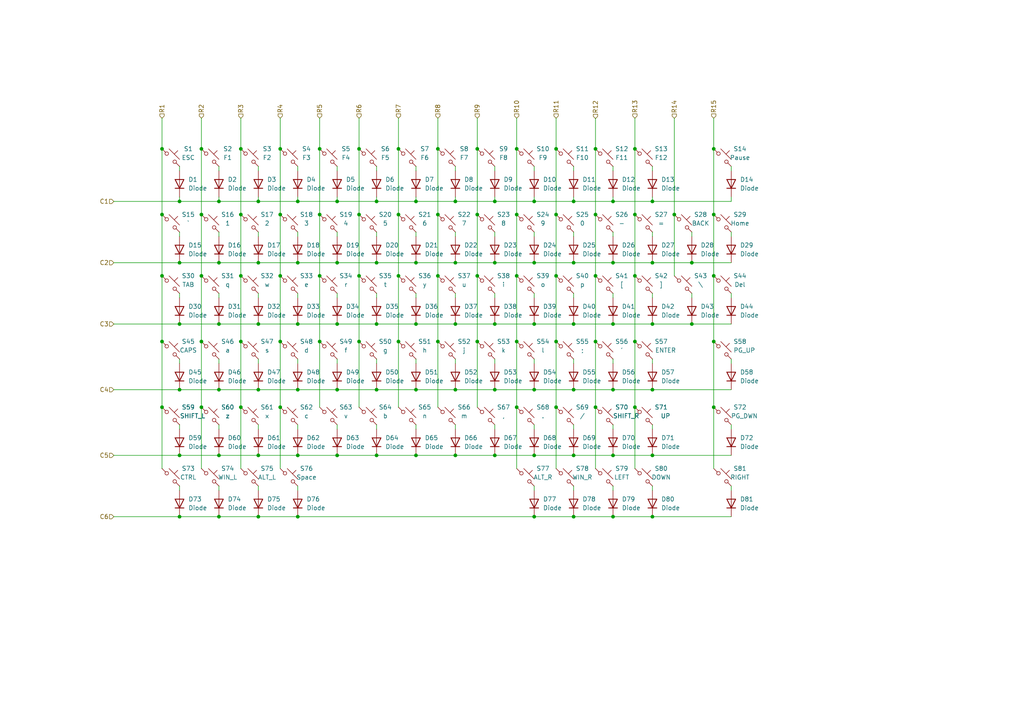
<source format=kicad_sch>
(kicad_sch (version 20231120) (generator "eeschema") (generator_version "8.0")
  (paper "A4")
  (title_block (title "Keyboard Matrix") (date "2024-07-23") (rev "1.0") (comment 1 "Designed By Matt Salazar"))
  (junction (at 81.28 62.23))
  (junction (at 172.72 43.18))
  (junction (at 74.93 113.03))
  (junction (at 86.36 76.2))
  (junction (at 52.07 113.03))
  (junction (at 143.51 76.2))
  (junction (at 172.72 80.01))
  (junction (at 189.23 149.86))
  (junction (at 109.22 93.98))
  (junction (at 166.37 149.86))
  (junction (at 104.14 43.18))
  (junction (at 177.8 58.42))
  (junction (at 46.99 80.01))
  (junction (at 74.93 58.42))
  (junction (at 63.5 132.08))
  (junction (at 154.94 58.42))
  (junction (at 166.37 76.2))
  (junction (at 189.23 76.2))
  (junction (at 86.36 93.98))
  (junction (at 109.22 113.03))
  (junction (at 143.51 113.03))
  (junction (at 120.65 76.2))
  (junction (at 184.15 99.06))
  (junction (at 189.23 93.98))
  (junction (at 177.8 93.98))
  (junction (at 149.86 99.06))
  (junction (at 161.29 99.06))
  (junction (at 166.37 93.98))
  (junction (at 120.65 58.42))
  (junction (at 69.85 118.11))
  (junction (at 46.99 99.06))
  (junction (at 69.85 62.23))
  (junction (at 154.94 149.86))
  (junction (at 52.07 76.2))
  (junction (at 109.22 132.08))
  (junction (at 154.94 132.08))
  (junction (at 177.8 149.86))
  (junction (at 172.72 62.23))
  (junction (at 58.42 118.11))
  (junction (at 154.94 93.98))
  (junction (at 138.43 99.06))
  (junction (at 161.29 43.18))
  (junction (at 189.23 58.42))
  (junction (at 132.08 93.98))
  (junction (at 161.29 118.11))
  (junction (at 92.71 80.01))
  (junction (at 92.71 62.23))
  (junction (at 138.43 43.18))
  (junction (at 138.43 80.01))
  (junction (at 132.08 58.42))
  (junction (at 86.36 58.42))
  (junction (at 63.5 58.42))
  (junction (at 184.15 43.18))
  (junction (at 58.42 43.18))
  (junction (at 104.14 99.06))
  (junction (at 127 43.18))
  (junction (at 166.37 132.08))
  (junction (at 132.08 132.08))
  (junction (at 74.93 76.2))
  (junction (at 86.36 132.08))
  (junction (at 189.23 113.03))
  (junction (at 200.66 93.98))
  (junction (at 132.08 113.03))
  (junction (at 97.79 58.42))
  (junction (at 63.5 76.2))
  (junction (at 52.07 58.42))
  (junction (at 69.85 99.06))
  (junction (at 127 99.06))
  (junction (at 46.99 43.18))
  (junction (at 63.5 113.03))
  (junction (at 207.01 43.18))
  (junction (at 86.36 149.86))
  (junction (at 172.72 99.06))
  (junction (at 154.94 76.2))
  (junction (at 184.15 118.11))
  (junction (at 81.28 99.06))
  (junction (at 207.01 118.11))
  (junction (at 58.42 62.23))
  (junction (at 104.14 80.01))
  (junction (at 172.72 118.11))
  (junction (at 149.86 118.11))
  (junction (at 52.07 93.98))
  (junction (at 92.71 99.06))
  (junction (at 207.01 99.06))
  (junction (at 109.22 58.42))
  (junction (at 63.5 149.86))
  (junction (at 115.57 99.06))
  (junction (at 97.79 93.98))
  (junction (at 207.01 80.01))
  (junction (at 74.93 93.98))
  (junction (at 195.58 62.23))
  (junction (at 74.93 149.86))
  (junction (at 149.86 62.23))
  (junction (at 161.29 80.01))
  (junction (at 177.8 113.03))
  (junction (at 115.57 80.01))
  (junction (at 143.51 93.98))
  (junction (at 86.36 113.03))
  (junction (at 69.85 80.01))
  (junction (at 127 80.01))
  (junction (at 81.28 43.18))
  (junction (at 149.86 43.18))
  (junction (at 127 62.23))
  (junction (at 154.94 113.03))
  (junction (at 97.79 76.2))
  (junction (at 177.8 132.08))
  (junction (at 81.28 118.11))
  (junction (at 177.8 76.2))
  (junction (at 189.23 132.08))
  (junction (at 143.51 58.42))
  (junction (at 120.65 132.08))
  (junction (at 109.22 76.2))
  (junction (at 97.79 113.03))
  (junction (at 149.86 80.01))
  (junction (at 97.79 132.08))
  (junction (at 166.37 58.42))
  (junction (at 166.37 113.03))
  (junction (at 138.43 62.23))
  (junction (at 143.51 132.08))
  (junction (at 184.15 62.23))
  (junction (at 184.15 80.01))
  (junction (at 63.5 93.98))
  (junction (at 81.28 80.01))
  (junction (at 132.08 76.2))
  (junction (at 120.65 113.03))
  (junction (at 74.93 132.08))
  (junction (at 200.66 76.2))
  (junction (at 104.14 62.23))
  (junction (at 52.07 149.86))
  (junction (at 207.01 62.23))
  (junction (at 115.57 43.18))
  (junction (at 58.42 99.06))
  (junction (at 46.99 62.23))
  (junction (at 92.71 43.18))
  (junction (at 161.29 62.23))
  (junction (at 115.57 62.23))
  (junction (at 120.65 93.98))
  (junction (at 46.99 118.11))
  (junction (at 52.07 132.08))
  (junction (at 58.42 80.01))
  (junction (at 69.85 43.18))
  (wire (pts (xy 161.29 80.01) (xy 161.29 99.06)))
  (wire (pts (xy 120.65 48.26) (xy 120.65 49.53)))
  (wire (pts (xy 63.5 85.09) (xy 63.5 86.36)))
  (wire (pts (xy 69.85 43.18) (xy 69.85 62.23)))
  (wire (pts (xy 33.02 149.86) (xy 52.07 149.86)))
  (wire (pts (xy 172.72 99.06) (xy 172.72 118.11)))
  (wire (pts (xy 97.79 132.08) (xy 109.22 132.08)))
  (wire (pts (xy 172.72 118.11) (xy 172.72 135.89)))
  (wire (pts (xy 189.23 123.19) (xy 189.23 124.46)))
  (wire (pts (xy 189.23 48.26) (xy 189.23 49.53)))
  (wire (pts (xy 189.23 58.42) (xy 189.23 57.15)))
  (wire (pts (xy 161.29 62.23) (xy 161.29 80.01)))
  (wire (pts (xy 154.94 149.86) (xy 166.37 149.86)))
  (wire (pts (xy 74.93 48.26) (xy 74.93 49.53)))
  (wire (pts (xy 200.66 76.2) (xy 212.09 76.2)))
  (wire (pts (xy 207.01 62.23) (xy 207.01 80.01)))
  (wire (pts (xy 58.42 43.18) (xy 58.42 62.23)))
  (wire (pts (xy 52.07 76.2) (xy 63.5 76.2)))
  (wire (pts (xy 132.08 76.2) (xy 143.51 76.2)))
  (wire (pts (xy 58.42 62.23) (xy 58.42 80.01)))
  (wire (pts (xy 212.09 104.14) (xy 212.09 105.41)))
  (wire (pts (xy 52.07 104.14) (xy 52.07 105.41)))
  (wire (pts (xy 166.37 123.19) (xy 166.37 124.46)))
  (wire (pts (xy 143.51 67.31) (xy 143.51 68.58)))
  (wire (pts (xy 109.22 123.19) (xy 109.22 124.46)))
  (wire (pts (xy 143.51 85.09) (xy 143.51 86.36)))
  (wire (pts (xy 132.08 113.03) (xy 143.51 113.03)))
  (wire (pts (xy 143.51 132.08) (xy 154.94 132.08)))
  (wire (pts (xy 115.57 34.29) (xy 115.57 43.18)))
  (wire (pts (xy 104.14 34.29) (xy 104.14 43.18)))
  (wire (pts (xy 143.51 123.19) (xy 143.51 124.46)))
  (wire (pts (xy 52.07 93.98) (xy 63.5 93.98)))
  (wire (pts (xy 52.07 48.26) (xy 52.07 49.53)))
  (wire (pts (xy 154.94 93.98) (xy 166.37 93.98)))
  (wire (pts (xy 52.07 113.03) (xy 63.5 113.03)))
  (wire (pts (xy 177.8 113.03) (xy 189.23 113.03)))
  (wire (pts (xy 86.36 123.19) (xy 86.36 124.46)))
  (wire (pts (xy 86.36 149.86) (xy 154.94 149.86)))
  (wire (pts (xy 46.99 80.01) (xy 46.99 99.06)))
  (wire (pts (xy 189.23 132.08) (xy 212.09 132.08)))
  (wire (pts (xy 63.5 140.97) (xy 63.5 142.24)))
  (wire (pts (xy 92.71 43.18) (xy 92.71 62.23)))
  (wire (pts (xy 189.23 104.14) (xy 189.23 105.41)))
  (wire (pts (xy 177.8 67.31) (xy 177.8 68.58)))
  (wire (pts (xy 81.28 80.01) (xy 81.28 99.06)))
  (wire (pts (xy 97.79 93.98) (xy 109.22 93.98)))
  (wire (pts (xy 63.5 58.42) (xy 63.5 57.15)))
  (wire (pts (xy 74.93 149.86) (xy 86.36 149.86)))
  (wire (pts (xy 92.71 99.06) (xy 92.71 118.11)))
  (wire (pts (xy 86.36 140.97) (xy 86.36 142.24)))
  (wire (pts (xy 97.79 58.42) (xy 109.22 58.42)))
  (wire (pts (xy 97.79 67.31) (xy 97.79 68.58)))
  (wire (pts (xy 86.36 76.2) (xy 97.79 76.2)))
  (wire (pts (xy 166.37 58.42) (xy 177.8 58.42)))
  (wire (pts (xy 74.93 58.42) (xy 86.36 58.42)))
  (wire (pts (xy 127 99.06) (xy 127 118.11)))
  (wire (pts (xy 97.79 123.19) (xy 97.79 124.46)))
  (wire (pts (xy 184.15 99.06) (xy 184.15 118.11)))
  (wire (pts (xy 189.23 58.42) (xy 212.09 58.42)))
  (wire (pts (xy 149.86 62.23) (xy 149.86 80.01)))
  (wire (pts (xy 63.5 113.03) (xy 74.93 113.03)))
  (wire (pts (xy 63.5 104.14) (xy 63.5 105.41)))
  (wire (pts (xy 212.09 123.19) (xy 212.09 124.46)))
  (wire (pts (xy 120.65 76.2) (xy 132.08 76.2)))
  (wire (pts (xy 52.07 132.08) (xy 63.5 132.08)))
  (wire (pts (xy 104.14 62.23) (xy 104.14 80.01)))
  (wire (pts (xy 184.15 34.29) (xy 184.15 43.18)))
  (wire (pts (xy 52.07 123.19) (xy 52.07 124.46)))
  (wire (pts (xy 172.72 43.18) (xy 172.72 62.23)))
  (wire (pts (xy 120.65 93.98) (xy 132.08 93.98)))
  (wire (pts (xy 120.65 113.03) (xy 132.08 113.03)))
  (wire (pts (xy 132.08 93.98) (xy 143.51 93.98)))
  (wire (pts (xy 74.93 132.08) (xy 86.36 132.08)))
  (wire (pts (xy 189.23 93.98) (xy 200.66 93.98)))
  (wire (pts (xy 97.79 85.09) (xy 97.79 86.36)))
  (wire (pts (xy 58.42 118.11) (xy 58.42 135.89)))
  (wire (pts (xy 63.5 93.98) (xy 74.93 93.98)))
  (wire (pts (xy 161.29 43.18) (xy 161.29 62.23)))
  (wire (pts (xy 74.93 93.98) (xy 86.36 93.98)))
  (wire (pts (xy 33.02 132.08) (xy 52.07 132.08)))
  (wire (pts (xy 177.8 76.2) (xy 189.23 76.2)))
  (wire (pts (xy 132.08 104.14) (xy 132.08 105.41)))
  (wire (pts (xy 69.85 62.23) (xy 69.85 80.01)))
  (wire (pts (xy 166.37 149.86) (xy 177.8 149.86)))
  (wire (pts (xy 109.22 104.14) (xy 109.22 105.41)))
  (wire (pts (xy 52.07 85.09) (xy 52.07 86.36)))
  (wire (pts (xy 189.23 140.97) (xy 189.23 142.24)))
  (wire (pts (xy 109.22 93.98) (xy 120.65 93.98)))
  (wire (pts (xy 74.93 140.97) (xy 74.93 142.24)))
  (wire (pts (xy 177.8 132.08) (xy 189.23 132.08)))
  (wire (pts (xy 81.28 99.06) (xy 81.28 118.11)))
  (wire (pts (xy 120.65 132.08) (xy 132.08 132.08)))
  (wire (pts (xy 86.36 93.98) (xy 97.79 93.98)))
  (wire (pts (xy 154.94 67.31) (xy 154.94 68.58)))
  (wire (pts (xy 200.66 85.09) (xy 200.66 86.36)))
  (wire (pts (xy 97.79 113.03) (xy 109.22 113.03)))
  (wire (pts (xy 115.57 80.01) (xy 115.57 99.06)))
  (wire (pts (xy 166.37 67.31) (xy 166.37 68.58)))
  (wire (pts (xy 86.36 58.42) (xy 97.79 58.42)))
  (wire (pts (xy 109.22 58.42) (xy 120.65 58.42)))
  (wire (pts (xy 189.23 113.03) (xy 212.09 113.03)))
  (wire (pts (xy 166.37 132.08) (xy 177.8 132.08)))
  (wire (pts (xy 184.15 80.01) (xy 184.15 99.06)))
  (wire (pts (xy 143.51 48.26) (xy 143.51 49.53)))
  (wire (pts (xy 109.22 48.26) (xy 109.22 49.53)))
  (wire (pts (xy 166.37 58.42) (xy 166.37 57.15)))
  (wire (pts (xy 149.86 43.18) (xy 149.86 62.23)))
  (wire (pts (xy 81.28 62.23) (xy 81.28 80.01)))
  (wire (pts (xy 46.99 34.29) (xy 46.99 43.18)))
  (wire (pts (xy 189.23 76.2) (xy 200.66 76.2)))
  (wire (pts (xy 81.28 34.29) (xy 81.28 43.18)))
  (wire (pts (xy 189.23 67.31) (xy 189.23 68.58)))
  (wire (pts (xy 154.94 85.09) (xy 154.94 86.36)))
  (wire (pts (xy 161.29 118.11) (xy 161.29 135.89)))
  (wire (pts (xy 86.36 58.42) (xy 86.36 57.15)))
  (wire (pts (xy 63.5 58.42) (xy 74.93 58.42)))
  (wire (pts (xy 154.94 123.19) (xy 154.94 124.46)))
  (wire (pts (xy 74.93 67.31) (xy 74.93 68.58)))
  (wire (pts (xy 166.37 85.09) (xy 166.37 86.36)))
  (wire (pts (xy 97.79 104.14) (xy 97.79 105.41)))
  (wire (pts (xy 177.8 140.97) (xy 177.8 142.24)))
  (wire (pts (xy 109.22 85.09) (xy 109.22 86.36)))
  (wire (pts (xy 207.01 43.18) (xy 207.01 62.23)))
  (wire (pts (xy 33.02 113.03) (xy 52.07 113.03)))
  (wire (pts (xy 52.07 58.42) (xy 52.07 57.15)))
  (wire (pts (xy 58.42 99.06) (xy 58.42 118.11)))
  (wire (pts (xy 69.85 118.11) (xy 69.85 135.89)))
  (wire (pts (xy 172.72 62.23) (xy 172.72 80.01)))
  (wire (pts (xy 184.15 62.23) (xy 184.15 80.01)))
  (wire (pts (xy 58.42 34.29) (xy 58.42 43.18)))
  (wire (pts (xy 166.37 93.98) (xy 177.8 93.98)))
  (wire (pts (xy 200.66 67.31) (xy 200.66 68.58)))
  (wire (pts (xy 86.36 67.31) (xy 86.36 68.58)))
  (wire (pts (xy 172.72 80.01) (xy 172.72 99.06)))
  (wire (pts (xy 86.36 132.08) (xy 97.79 132.08)))
  (wire (pts (xy 143.51 93.98) (xy 154.94 93.98)))
  (wire (pts (xy 127 34.29) (xy 127 43.18)))
  (wire (pts (xy 189.23 85.09) (xy 189.23 86.36)))
  (wire (pts (xy 63.5 48.26) (xy 63.5 49.53)))
  (wire (pts (xy 195.58 62.23) (xy 195.58 80.01)))
  (wire (pts (xy 177.8 123.19) (xy 177.8 124.46)))
  (wire (pts (xy 63.5 76.2) (xy 74.93 76.2)))
  (wire (pts (xy 138.43 62.23) (xy 138.43 80.01)))
  (wire (pts (xy 109.22 76.2) (xy 120.65 76.2)))
  (wire (pts (xy 33.02 93.98) (xy 52.07 93.98)))
  (wire (pts (xy 127 80.01) (xy 127 99.06)))
  (wire (pts (xy 127 43.18) (xy 127 62.23)))
  (wire (pts (xy 81.28 118.11) (xy 81.28 135.89)))
  (wire (pts (xy 46.99 99.06) (xy 46.99 118.11)))
  (wire (pts (xy 195.58 34.29) (xy 195.58 62.23)))
  (wire (pts (xy 58.42 80.01) (xy 58.42 99.06)))
  (wire (pts (xy 166.37 104.14) (xy 166.37 105.41)))
  (wire (pts (xy 212.09 58.42) (xy 212.09 57.15)))
  (wire (pts (xy 69.85 99.06) (xy 69.85 118.11)))
  (wire (pts (xy 132.08 58.42) (xy 132.08 57.15)))
  (wire (pts (xy 46.99 118.11) (xy 46.99 135.89)))
  (wire (pts (xy 52.07 67.31) (xy 52.07 68.58)))
  (wire (pts (xy 172.72 34.29) (xy 172.72 43.18)))
  (wire (pts (xy 177.8 58.42) (xy 189.23 58.42)))
  (wire (pts (xy 154.94 132.08) (xy 166.37 132.08)))
  (wire (pts (xy 63.5 149.86) (xy 74.93 149.86)))
  (wire (pts (xy 154.94 76.2) (xy 166.37 76.2)))
  (wire (pts (xy 154.94 48.26) (xy 154.94 49.53)))
  (wire (pts (xy 104.14 43.18) (xy 104.14 62.23)))
  (wire (pts (xy 120.65 58.42) (xy 132.08 58.42)))
  (wire (pts (xy 132.08 123.19) (xy 132.08 124.46)))
  (wire (pts (xy 166.37 76.2) (xy 177.8 76.2)))
  (wire (pts (xy 189.23 149.86) (xy 212.09 149.86)))
  (wire (pts (xy 143.51 58.42) (xy 154.94 58.42)))
  (wire (pts (xy 63.5 132.08) (xy 74.93 132.08)))
  (wire (pts (xy 52.07 58.42) (xy 63.5 58.42)))
  (wire (pts (xy 63.5 123.19) (xy 63.5 124.46)))
  (wire (pts (xy 143.51 76.2) (xy 154.94 76.2)))
  (wire (pts (xy 212.09 67.31) (xy 212.09 68.58)))
  (wire (pts (xy 207.01 118.11) (xy 207.01 135.89)))
  (wire (pts (xy 120.65 67.31) (xy 120.65 68.58)))
  (wire (pts (xy 127 62.23) (xy 127 80.01)))
  (wire (pts (xy 109.22 113.03) (xy 120.65 113.03)))
  (wire (pts (xy 92.71 62.23) (xy 92.71 80.01)))
  (wire (pts (xy 46.99 43.18) (xy 46.99 62.23)))
  (wire (pts (xy 74.93 104.14) (xy 74.93 105.41)))
  (wire (pts (xy 86.36 113.03) (xy 97.79 113.03)))
  (wire (pts (xy 97.79 76.2) (xy 109.22 76.2)))
  (wire (pts (xy 132.08 58.42) (xy 143.51 58.42)))
  (wire (pts (xy 33.02 76.2) (xy 52.07 76.2)))
  (wire (pts (xy 143.51 58.42) (xy 143.51 57.15)))
  (wire (pts (xy 109.22 58.42) (xy 109.22 57.15)))
  (wire (pts (xy 212.09 48.26) (xy 212.09 49.53)))
  (wire (pts (xy 86.36 85.09) (xy 86.36 86.36)))
  (wire (pts (xy 138.43 80.01) (xy 138.43 99.06)))
  (wire (pts (xy 166.37 140.97) (xy 166.37 142.24)))
  (wire (pts (xy 120.65 104.14) (xy 120.65 105.41)))
  (wire (pts (xy 212.09 140.97) (xy 212.09 142.24)))
  (wire (pts (xy 115.57 99.06) (xy 115.57 118.11)))
  (wire (pts (xy 161.29 34.29) (xy 161.29 43.18)))
  (wire (pts (xy 166.37 48.26) (xy 166.37 49.53)))
  (wire (pts (xy 207.01 99.06) (xy 207.01 118.11)))
  (wire (pts (xy 166.37 113.03) (xy 177.8 113.03)))
  (wire (pts (xy 74.93 113.03) (xy 86.36 113.03)))
  (wire (pts (xy 149.86 34.29) (xy 149.86 43.18)))
  (wire (pts (xy 52.07 149.86) (xy 63.5 149.86)))
  (wire (pts (xy 200.66 93.98) (xy 212.09 93.98)))
  (wire (pts (xy 46.99 62.23) (xy 46.99 80.01)))
  (wire (pts (xy 115.57 62.23) (xy 115.57 80.01)))
  (wire (pts (xy 207.01 34.29) (xy 207.01 43.18)))
  (wire (pts (xy 69.85 34.29) (xy 69.85 43.18)))
  (wire (pts (xy 33.02 58.42) (xy 52.07 58.42)))
  (wire (pts (xy 143.51 104.14) (xy 143.51 105.41)))
  (wire (pts (xy 154.94 58.42) (xy 154.94 57.15)))
  (wire (pts (xy 154.94 58.42) (xy 166.37 58.42)))
  (wire (pts (xy 177.8 93.98) (xy 189.23 93.98)))
  (wire (pts (xy 207.01 80.01) (xy 207.01 99.06)))
  (wire (pts (xy 184.15 118.11) (xy 184.15 135.89)))
  (wire (pts (xy 86.36 48.26) (xy 86.36 49.53)))
  (wire (pts (xy 74.93 85.09) (xy 74.93 86.36)))
  (wire (pts (xy 74.93 58.42) (xy 74.93 57.15)))
  (wire (pts (xy 149.86 80.01) (xy 149.86 99.06)))
  (wire (pts (xy 97.79 48.26) (xy 97.79 49.53)))
  (wire (pts (xy 109.22 132.08) (xy 120.65 132.08)))
  (wire (pts (xy 104.14 80.01) (xy 104.14 99.06)))
  (wire (pts (xy 177.8 149.86) (xy 189.23 149.86)))
  (wire (pts (xy 177.8 85.09) (xy 177.8 86.36)))
  (wire (pts (xy 74.93 76.2) (xy 86.36 76.2)))
  (wire (pts (xy 92.71 80.01) (xy 92.71 99.06)))
  (wire (pts (xy 97.79 58.42) (xy 97.79 57.15)))
  (wire (pts (xy 120.65 123.19) (xy 120.65 124.46)))
  (wire (pts (xy 154.94 140.97) (xy 154.94 142.24)))
  (wire (pts (xy 86.36 104.14) (xy 86.36 105.41)))
  (wire (pts (xy 177.8 48.26) (xy 177.8 49.53)))
  (wire (pts (xy 154.94 113.03) (xy 166.37 113.03)))
  (wire (pts (xy 115.57 43.18) (xy 115.57 62.23)))
  (wire (pts (xy 69.85 80.01) (xy 69.85 99.06)))
  (wire (pts (xy 184.15 43.18) (xy 184.15 62.23)))
  (wire (pts (xy 74.93 123.19) (xy 74.93 124.46)))
  (wire (pts (xy 154.94 104.14) (xy 154.94 105.41)))
  (wire (pts (xy 177.8 104.14) (xy 177.8 105.41)))
  (wire (pts (xy 138.43 43.18) (xy 138.43 62.23)))
  (wire (pts (xy 120.65 85.09) (xy 120.65 86.36)))
  (wire (pts (xy 63.5 67.31) (xy 63.5 68.58)))
  (wire (pts (xy 161.29 99.06) (xy 161.29 118.11)))
  (wire (pts (xy 120.65 58.42) (xy 120.65 57.15)))
  (wire (pts (xy 104.14 99.06) (xy 104.14 118.11)))
  (wire (pts (xy 81.28 43.18) (xy 81.28 62.23)))
  (wire (pts (xy 92.71 34.29) (xy 92.71 43.18)))
  (wire (pts (xy 52.07 140.97) (xy 52.07 142.24)))
  (wire (pts (xy 132.08 67.31) (xy 132.08 68.58)))
  (wire (pts (xy 132.08 132.08) (xy 143.51 132.08)))
  (wire (pts (xy 109.22 67.31) (xy 109.22 68.58)))
  (wire (pts (xy 149.86 99.06) (xy 149.86 118.11)))
  (wire (pts (xy 132.08 48.26) (xy 132.08 49.53)))
  (wire (pts (xy 177.8 58.42) (xy 177.8 57.15)))
  (wire (pts (xy 132.08 85.09) (xy 132.08 86.36)))
  (wire (pts (xy 212.09 85.09) (xy 212.09 86.36)))
  (wire (pts (xy 138.43 99.06) (xy 138.43 118.11)))
  (wire (pts (xy 138.43 34.29) (xy 138.43 43.18)))
  (wire (pts (xy 149.86 118.11) (xy 149.86 135.89)))
  (wire (pts (xy 143.51 113.03) (xy 154.94 113.03)))
  (hierarchical_label "C6" (shape input) (at 33.02 149.86 180))
  (hierarchical_label "R8" (shape input) (at 127 34.29 90))
  (hierarchical_label "R5" (shape input) (at 92.71 34.29 90))
  (hierarchical_label "R15" (shape input) (at 207.01 34.29 90))
  (hierarchical_label "R13" (shape input) (at 184.15 34.29 90))
  (hierarchical_label "R2" (shape input) (at 58.42 34.29 90))
  (hierarchical_label "R10" (shape input) (at 149.86 34.29 90))
  (hierarchical_label "C4" (shape input) (at 33.02 113.03 180))
  (hierarchical_label "C2" (shape input) (at 33.02 76.2 180))
  (hierarchical_label "R14" (shape input) (at 195.58 34.321 90))
  (hierarchical_label "R12" (shape input) (at 172.72 34.3952 90))
  (hierarchical_label "R3" (shape input) (at 69.85 34.321 90))
  (hierarchical_label "R7" (shape input) (at 115.57 34.29 90))
  (hierarchical_label "R1" (shape input) (at 46.99 34.29 90))
  (hierarchical_label "R9" (shape input) (at 138.43 34.29 90))
  (hierarchical_label "R6" (shape input) (at 104.14 34.29 90))
  (hierarchical_label "R4" (shape input) (at 81.28 34.29 90))
  (hierarchical_label "C3" (shape input) (at 33.02 93.98 180))
  (hierarchical_label "C5" (shape input) (at 33.02 132.08 180))
  (hierarchical_label "R11" (shape input) (at 161.29 34.29 90))
  (hierarchical_label "C1" (shape input) (at 33.02 58.42 180))
  (symbol (lib_id "ScottoKeebs:Placeholder_Diode") (at 52.07 53.34 90) (unit 1)
    (property "Reference" "D1" (at 54.61 52.0699 90) (effects (justify right)))
    (property "Value" "Diode" (at 54.61 54.6099 90) (effects (justify right)))
    (property "Description" "1N4148 (DO-35) or 1N4148W (SOD-123)" (effects (hide yes)))
    (property "Sim.Device" "D" (effects (hide yes)))
    (property "Sim.Pins" "1=K 2=A" (effects (hide yes)))
  )
  (symbol (lib_id "ScottoKeebs:Placeholder_Keyswitch") (at 72.39 120.65 0) (unit 1)
    (property "Reference" "S61" (at 77.47 118.11 0))
    (property "Value" "x" (at 77.47 120.65 0))
    (property "Description" "Push button switch, normally open, two pins, 45° tilted" (effects (hide yes)))
  )
  (symbol (lib_id "ScottoKeebs:Placeholder_Diode") (at 109.22 72.39 90) (unit 1)
    (property "Reference" "D20" (at 111.76 71.1199 90) (effects (justify right)))
    (property "Value" "Diode" (at 111.76 73.6599 90) (effects (justify right)))
    (property "Description" "1N4148 (DO-35) or 1N4148W (SOD-123)" (effects (hide yes)))
    (property "Sim.Device" "D" (effects (hide yes)))
    (property "Sim.Pins" "1=K 2=A" (effects (hide yes)))
  )
  (symbol (lib_id "ScottoKeebs:Placeholder_Keyswitch") (at 83.82 45.72 0) (unit 1)
    (property "Reference" "S4" (at 88.9 43.18 0))
    (property "Value" "F3" (at 88.9 45.72 0))
    (property "Description" "Push button switch, normally open, two pins, 45° tilted" (effects (hide yes)))
  )
  (symbol (lib_id "ScottoKeebs:Placeholder_Diode") (at 166.37 109.22 90) (unit 1)
    (property "Reference" "D55" (at 168.91 107.9499 90) (effects (justify right)))
    (property "Value" "Diode" (at 168.91 110.4899 90) (effects (justify right)))
    (property "Description" "1N4148 (DO-35) or 1N4148W (SOD-123)" (effects (hide yes)))
    (property "Sim.Device" "D" (effects (hide yes)))
    (property "Sim.Pins" "1=K 2=A" (effects (hide yes)))
  )
  (symbol (lib_id "ScottoKeebs:Placeholder_Keyswitch") (at 60.96 64.77 0) (unit 1)
    (property "Reference" "S16" (at 66.04 62.23 0))
    (property "Value" "1" (at 66.04 64.77 0))
    (property "Description" "Push button switch, normally open, two pins, 45° tilted" (effects (hide yes)))
  )
  (symbol (lib_id "ScottoKeebs:Placeholder_Keyswitch") (at 140.97 64.77 0) (unit 1)
    (property "Reference" "S23" (at 146.05 62.23 0))
    (property "Value" "8" (at 146.05 64.77 0))
    (property "Description" "Push button switch, normally open, two pins, 45° tilted" (effects (hide yes)))
  )
  (symbol (lib_id "ScottoKeebs:Placeholder_Keyswitch") (at 118.11 64.77 0) (unit 1)
    (property "Reference" "S21" (at 123.19 62.23 0))
    (property "Value" "6" (at 123.19 64.77 0))
    (property "Description" "Push button switch, normally open, two pins, 45° tilted" (effects (hide yes)))
  )
  (symbol (lib_id "ScottoKeebs:Placeholder_Keyswitch") (at 209.55 45.72 0) (unit 1)
    (property "Reference" "S14" (at 214.63 43.18 0))
    (property "Value" "Pause" (at 214.63 45.72 0))
    (property "Description" "Push button switch, normally open, two pins, 45° tilted" (effects (hide yes)))
  )
  (symbol (lib_id "ScottoKeebs:Placeholder_Keyswitch") (at 209.55 120.65 0) (unit 1)
    (property "Reference" "S72" (at 214.63 118.11 0))
    (property "Value" "PG_DWN" (at 215.9 120.65 0))
    (property "Description" "Push button switch, normally open, two pins, 45° tilted" (effects (hide yes)))
  )
  (symbol (lib_id "ScottoKeebs:Placeholder_Keyswitch") (at 106.68 45.72 0) (unit 1)
    (property "Reference" "S6" (at 111.76 43.18 0))
    (property "Value" "F5" (at 111.76 45.72 0))
    (property "Description" "Push button switch, normally open, two pins, 45° tilted" (effects (hide yes)))
  )
  (symbol (lib_id "ScottoKeebs:Placeholder_Diode") (at 74.93 53.34 90) (unit 1)
    (property "Reference" "D3" (at 77.47 52.0699 90) (effects (justify right)))
    (property "Value" "Diode" (at 77.47 54.6099 90) (effects (justify right)))
    (property "Description" "1N4148 (DO-35) or 1N4148W (SOD-123)" (effects (hide yes)))
    (property "Sim.Device" "D" (effects (hide yes)))
    (property "Sim.Pins" "1=K 2=A" (effects (hide yes)))
  )
  (symbol (lib_id "ScottoKeebs:Placeholder_Diode") (at 86.36 72.39 90) (unit 1)
    (property "Reference" "D18" (at 88.9 71.1199 90) (effects (justify right)))
    (property "Value" "Diode" (at 88.9 73.6599 90) (effects (justify right)))
    (property "Description" "1N4148 (DO-35) or 1N4148W (SOD-123)" (effects (hide yes)))
    (property "Sim.Device" "D" (effects (hide yes)))
    (property "Sim.Pins" "1=K 2=A" (effects (hide yes)))
  )
  (symbol (lib_id "ScottoKeebs:Placeholder_Diode") (at 86.36 90.17 90) (unit 1)
    (property "Reference" "D33" (at 88.9 88.8999 90) (effects (justify right)))
    (property "Value" "Diode" (at 88.9 91.4399 90) (effects (justify right)))
    (property "Description" "1N4148 (DO-35) or 1N4148W (SOD-123)" (effects (hide yes)))
    (property "Sim.Device" "D" (effects (hide yes)))
    (property "Sim.Pins" "1=K 2=A" (effects (hide yes)))
  )
  (symbol (lib_id "ScottoKeebs:Placeholder_Keyswitch") (at 163.83 120.65 0) (unit 1)
    (property "Reference" "S69" (at 168.91 118.11 0))
    (property "Value" "/" (at 168.91 120.65 0))
    (property "Description" "Push button switch, normally open, two pins, 45° tilted" (effects (hide yes)))
  )
  (symbol (lib_id "ScottoKeebs:Placeholder_Keyswitch") (at 209.55 138.43 0) (unit 1)
    (property "Reference" "S81" (at 214.63 135.89 0))
    (property "Value" "RIGHT" (at 214.63 138.43 0))
    (property "Description" "Push button switch, normally open, two pins, 45° tilted" (effects (hide yes)))
  )
  (symbol (lib_id "ScottoKeebs:Placeholder_Keyswitch") (at 163.83 82.55 0) (unit 1)
    (property "Reference" "S40" (at 168.91 80.01 0))
    (property "Value" "p" (at 168.91 82.55 0))
    (property "Description" "Push button switch, normally open, two pins, 45° tilted" (effects (hide yes)))
  )
  (symbol (lib_id "ScottoKeebs:Placeholder_Diode") (at 52.07 146.05 90) (unit 1)
    (property "Reference" "D73" (at 54.61 144.7799 90) (effects (justify right)))
    (property "Value" "Diode" (at 54.61 147.3199 90) (effects (justify right)))
    (property "Description" "1N4148 (DO-35) or 1N4148W (SOD-123)" (effects (hide yes)))
    (property "Sim.Device" "D" (effects (hide yes)))
    (property "Sim.Pins" "1=K 2=A" (effects (hide yes)))
  )
  (symbol (lib_id "ScottoKeebs:Placeholder_Keyswitch") (at 95.25 101.6 0) (unit 1)
    (property "Reference" "S49" (at 100.33 99.06 0))
    (property "Value" "f" (at 100.33 101.6 0))
    (property "Description" "Push button switch, normally open, two pins, 45° tilted" (effects (hide yes)))
  )
  (symbol (lib_id "ScottoKeebs:Placeholder_Diode") (at 97.79 53.34 90) (unit 1)
    (property "Reference" "D5" (at 100.33 52.0699 90) (effects (justify right)))
    (property "Value" "Diode" (at 100.33 54.6099 90) (effects (justify right)))
    (property "Description" "1N4148 (DO-35) or 1N4148W (SOD-123)" (effects (hide yes)))
    (property "Sim.Device" "D" (effects (hide yes)))
    (property "Sim.Pins" "1=K 2=A" (effects (hide yes)))
  )
  (symbol (lib_id "ScottoKeebs:Placeholder_Diode") (at 120.65 53.34 90) (unit 1)
    (property "Reference" "D7" (at 123.19 52.0699 90) (effects (justify right)))
    (property "Value" "Diode" (at 123.19 54.6099 90) (effects (justify right)))
    (property "Description" "1N4148 (DO-35) or 1N4148W (SOD-123)" (effects (hide yes)))
    (property "Sim.Device" "D" (effects (hide yes)))
    (property "Sim.Pins" "1=K 2=A" (effects (hide yes)))
  )
  (symbol (lib_id "ScottoKeebs:Placeholder_Diode") (at 143.51 72.39 90) (unit 1)
    (property "Reference" "D23" (at 146.05 71.1199 90) (effects (justify right)))
    (property "Value" "Diode" (at 146.05 73.6599 90) (effects (justify right)))
    (property "Description" "1N4148 (DO-35) or 1N4148W (SOD-123)" (effects (hide yes)))
    (property "Sim.Device" "D" (effects (hide yes)))
    (property "Sim.Pins" "1=K 2=A" (effects (hide yes)))
  )
  (symbol (lib_id "ScottoKeebs:Placeholder_Keyswitch") (at 95.25 45.72 0) (unit 1)
    (property "Reference" "S5" (at 100.33 43.18 0))
    (property "Value" "F4" (at 100.33 45.72 0))
    (property "Description" "Push button switch, normally open, two pins, 45° tilted" (effects (hide yes)))
  )
  (symbol (lib_id "ScottoKeebs:Placeholder_Diode") (at 154.94 146.05 90) (unit 1)
    (property "Reference" "D77" (at 157.48 144.7799 90) (effects (justify right)))
    (property "Value" "Diode" (at 157.48 147.3199 90) (effects (justify right)))
    (property "Description" "1N4148 (DO-35) or 1N4148W (SOD-123)" (effects (hide yes)))
    (property "Sim.Device" "D" (effects (hide yes)))
    (property "Sim.Pins" "1=K 2=A" (effects (hide yes)))
  )
  (symbol (lib_id "ScottoKeebs:Placeholder_Diode") (at 74.93 109.22 90) (unit 1)
    (property "Reference" "D47" (at 77.47 107.9499 90) (effects (justify right)))
    (property "Value" "Diode" (at 77.47 110.4899 90) (effects (justify right)))
    (property "Description" "1N4148 (DO-35) or 1N4148W (SOD-123)" (effects (hide yes)))
    (property "Sim.Device" "D" (effects (hide yes)))
    (property "Sim.Pins" "1=K 2=A" (effects (hide yes)))
  )
  (symbol (lib_id "ScottoKeebs:Placeholder_Keyswitch") (at 60.96 138.43 0) (unit 1)
    (property "Reference" "S74" (at 66.04 135.89 0))
    (property "Value" "WIN_L" (at 66.04 138.43 0))
    (property "Description" "Push button switch, normally open, two pins, 45° tilted" (effects (hide yes)))
  )
  (symbol (lib_id "ScottoKeebs:Placeholder_Keyswitch") (at 49.53 64.77 0) (unit 1)
    (property "Reference" "S15" (at 54.61 62.23 0))
    (property "Value" "`" (at 54.61 64.77 0))
    (property "Description" "Push button switch, normally open, two pins, 45° tilted" (effects (hide yes)))
  )
  (symbol (lib_id "ScottoKeebs:Placeholder_Keyswitch") (at 72.39 45.72 0) (unit 1)
    (property "Reference" "S3" (at 77.47 43.18 0))
    (property "Value" "F2" (at 77.47 45.72 0))
    (property "Description" "Push button switch, normally open, two pins, 45° tilted" (effects (hide yes)))
  )
  (symbol (lib_id "ScottoKeebs:Placeholder_Keyswitch") (at 129.54 45.72 0) (unit 1)
    (property "Reference" "S8" (at 134.62 43.18 0))
    (property "Value" "F7" (at 134.62 45.72 0))
    (property "Description" "Push button switch, normally open, two pins, 45° tilted" (effects (hide yes)))
  )
  (symbol (lib_id "ScottoKeebs:Placeholder_Keyswitch") (at 83.82 101.6 0) (unit 1)
    (property "Reference" "S48" (at 88.9 99.06 0))
    (property "Value" "d" (at 88.9 101.6 0))
    (property "Description" "Push button switch, normally open, two pins, 45° tilted" (effects (hide yes)))
  )
  (symbol (lib_id "ScottoKeebs:Placeholder_Diode") (at 189.23 90.17 90) (unit 1)
    (property "Reference" "D42" (at 191.77 88.8999 90) (effects (justify right)))
    (property "Value" "Diode" (at 191.77 91.4399 90) (effects (justify right)))
    (property "Description" "1N4148 (DO-35) or 1N4148W (SOD-123)" (effects (hide yes)))
    (property "Sim.Device" "D" (effects (hide yes)))
    (property "Sim.Pins" "1=K 2=A" (effects (hide yes)))
  )
  (symbol (lib_id "ScottoKeebs:Placeholder_Keyswitch") (at 49.53 45.72 0) (unit 1)
    (property "Reference" "S1" (at 54.61 43.18 0))
    (property "Value" "ESC" (at 54.61 45.72 0))
    (property "Description" "Push button switch, normally open, two pins, 45° tilted" (effects (hide yes)))
  )
  (symbol (lib_id "ScottoKeebs:Placeholder_Diode") (at 143.51 109.22 90) (unit 1)
    (property "Reference" "D53" (at 146.05 107.9499 90) (effects (justify right)))
    (property "Value" "Diode" (at 146.05 110.4899 90) (effects (justify right)))
    (property "Description" "1N4148 (DO-35) or 1N4148W (SOD-123)" (effects (hide yes)))
    (property "Sim.Device" "D" (effects (hide yes)))
    (property "Sim.Pins" "1=K 2=A" (effects (hide yes)))
  )
  (symbol (lib_id "ScottoKeebs:Placeholder_Keyswitch") (at 175.26 101.6 0) (unit 1)
    (property "Reference" "S56" (at 180.34 99.06 0))
    (property "Value" "'" (at 180.34 101.6 0))
    (property "Description" "Push button switch, normally open, two pins, 45° tilted" (effects (hide yes)))
  )
  (symbol (lib_id "ScottoKeebs:Placeholder_Keyswitch") (at 186.69 82.55 0) (unit 1)
    (property "Reference" "S42" (at 191.77 80.01 0))
    (property "Value" "]" (at 191.77 82.55 0))
    (property "Description" "Push button switch, normally open, two pins, 45° tilted" (effects (hide yes)))
  )
  (symbol (lib_id "ScottoKeebs:Placeholder_Keyswitch") (at 106.68 101.6 0) (unit 1)
    (property "Reference" "S50" (at 111.76 99.06 0))
    (property "Value" "g" (at 111.76 101.6 0))
    (property "Description" "Push button switch, normally open, two pins, 45° tilted" (effects (hide yes)))
  )
  (symbol (lib_id "ScottoKeebs:Placeholder_Keyswitch") (at 198.12 82.55 0) (unit 1)
    (property "Reference" "S43" (at 203.2 80.01 0))
    (property "Value" "\\" (at 203.2 82.55 0))
    (property "Description" "Push button switch, normally open, two pins, 45° tilted" (effects (hide yes)))
  )
  (symbol (lib_id "ScottoKeebs:Placeholder_Keyswitch") (at 72.39 82.55 0) (unit 1)
    (property "Reference" "S32" (at 77.47 80.01 0))
    (property "Value" "w" (at 77.47 82.55 0))
    (property "Description" "Push button switch, normally open, two pins, 45° tilted" (effects (hide yes)))
  )
  (symbol (lib_id "ScottoKeebs:Placeholder_Diode") (at 109.22 128.27 90) (unit 1)
    (property "Reference" "D64" (at 111.76 126.9999 90) (effects (justify right)))
    (property "Value" "Diode" (at 111.76 129.5399 90) (effects (justify right)))
    (property "Description" "1N4148 (DO-35) or 1N4148W (SOD-123)" (effects (hide yes)))
    (property "Sim.Device" "D" (effects (hide yes)))
    (property "Sim.Pins" "1=K 2=A" (effects (hide yes)))
  )
  (symbol (lib_id "ScottoKeebs:Placeholder_Keyswitch") (at 49.53 120.65 0) (unit 1)
    (property "Reference" "S59" (at 54.61 118.11 0))
    (property "Value" "SHIFT_L" (at 55.88 120.65 0))
    (property "Description" "Push button switch, normally open, two pins, 45° tilted" (effects (hide yes)))
  )
  (symbol (lib_id "ScottoKeebs:Placeholder_Keyswitch") (at 129.54 82.55 0) (unit 1)
    (property "Reference" "S37" (at 134.62 80.01 0))
    (property "Value" "u" (at 134.62 82.55 0))
    (property "Description" "Push button switch, normally open, two pins, 45° tilted" (effects (hide yes)))
  )
  (symbol (lib_id "ScottoKeebs:Placeholder_Keyswitch") (at 118.11 101.6 0) (unit 1)
    (property "Reference" "S51" (at 123.19 99.06 0))
    (property "Value" "h" (at 123.19 101.6 0))
    (property "Description" "Push button switch, normally open, two pins, 45° tilted" (effects (hide yes)))
  )
  (symbol (lib_id "ScottoKeebs:Placeholder_Diode") (at 120.65 109.22 90) (unit 1)
    (property "Reference" "D51" (at 123.19 107.9499 90) (effects (justify right)))
    (property "Value" "Diode" (at 123.19 110.4899 90) (effects (justify right)))
    (property "Description" "1N4148 (DO-35) or 1N4148W (SOD-123)" (effects (hide yes)))
    (property "Sim.Device" "D" (effects (hide yes)))
    (property "Sim.Pins" "1=K 2=A" (effects (hide yes)))
  )
  (symbol (lib_id "ScottoKeebs:Placeholder_Diode") (at 63.5 109.22 90) (unit 1)
    (property "Reference" "D46" (at 66.04 107.9499 90) (effects (justify right)))
    (property "Value" "Diode" (at 66.04 110.4899 90) (effects (justify right)))
    (property "Description" "1N4148 (DO-35) or 1N4148W (SOD-123)" (effects (hide yes)))
    (property "Sim.Device" "D" (effects (hide yes)))
    (property "Sim.Pins" "1=K 2=A" (effects (hide yes)))
  )
  (symbol (lib_id "ScottoKeebs:Placeholder_Diode") (at 63.5 146.05 90) (unit 1)
    (property "Reference" "D74" (at 66.04 144.7799 90) (effects (justify right)))
    (property "Value" "Diode" (at 66.04 147.3199 90) (effects (justify right)))
    (property "Description" "1N4148 (DO-35) or 1N4148W (SOD-123)" (effects (hide yes)))
    (property "Sim.Device" "D" (effects (hide yes)))
    (property "Sim.Pins" "1=K 2=A" (effects (hide yes)))
  )
  (symbol (lib_id "ScottoKeebs:Placeholder_Diode") (at 200.66 90.17 90) (unit 1)
    (property "Reference" "D43" (at 203.2 88.8999 90) (effects (justify right)))
    (property "Value" "Diode" (at 203.2 91.4399 90) (effects (justify right)))
    (property "Description" "1N4148 (DO-35) or 1N4148W (SOD-123)" (effects (hide yes)))
    (property "Sim.Device" "D" (effects (hide yes)))
    (property "Sim.Pins" "1=K 2=A" (effects (hide yes)))
  )
  (symbol (lib_id "ScottoKeebs:Placeholder_Keyswitch") (at 129.54 120.65 0) (unit 1)
    (property "Reference" "S66" (at 134.62 118.11 0))
    (property "Value" "m" (at 134.62 120.65 0))
    (property "Description" "Push button switch, normally open, two pins, 45° tilted" (effects (hide yes)))
  )
  (symbol (lib_id "ScottoKeebs:Placeholder_Keyswitch") (at 118.11 45.72 0) (unit 1)
    (property "Reference" "S7" (at 123.19 43.18 0))
    (property "Value" "F6" (at 123.19 45.72 0))
    (property "Description" "Push button switch, normally open, two pins, 45° tilted" (effects (hide yes)))
  )
  (symbol (lib_id "ScottoKeebs:Placeholder_Diode") (at 189.23 128.27 90) (unit 1)
    (property "Reference" "D71" (at 191.77 126.9999 90) (effects (justify right)))
    (property "Value" "Diode" (at 191.77 129.5399 90) (effects (justify right)))
    (property "Description" "1N4148 (DO-35) or 1N4148W (SOD-123)" (effects (hide yes)))
    (property "Sim.Device" "D" (effects (hide yes)))
    (property "Sim.Pins" "1=K 2=A" (effects (hide yes)))
  )
  (symbol (lib_id "ScottoKeebs:Placeholder_Diode") (at 189.23 109.22 90) (unit 1)
    (property "Reference" "D57" (at 191.77 107.9499 90) (effects (justify right)))
    (property "Value" "Diode" (at 191.77 110.4899 90) (effects (justify right)))
    (property "Description" "1N4148 (DO-35) or 1N4148W (SOD-123)" (effects (hide yes)))
    (property "Sim.Device" "D" (effects (hide yes)))
    (property "Sim.Pins" "1=K 2=A" (effects (hide yes)))
  )
  (symbol (lib_id "ScottoKeebs:Placeholder_Diode") (at 132.08 72.39 90) (unit 1)
    (property "Reference" "D22" (at 134.62 71.1199 90) (effects (justify right)))
    (property "Value" "Diode" (at 134.62 73.6599 90) (effects (justify right)))
    (property "Description" "1N4148 (DO-35) or 1N4148W (SOD-123)" (effects (hide yes)))
    (property "Sim.Device" "D" (effects (hide yes)))
    (property "Sim.Pins" "1=K 2=A" (effects (hide yes)))
  )
  (symbol (lib_id "ScottoKeebs:Placeholder_Keyswitch") (at 140.97 120.65 0) (unit 1)
    (property "Reference" "S67" (at 146.05 118.11 0))
    (property "Value" "," (at 146.05 120.65 0))
    (property "Description" "Push button switch, normally open, two pins, 45° tilted" (effects (hide yes)))
  )
  (symbol (lib_id "ScottoKeebs:Placeholder_Diode") (at 166.37 53.34 90) (unit 1)
    (property "Reference" "D11" (at 168.91 52.0699 90) (effects (justify right)))
    (property "Value" "Diode" (at 168.91 54.6099 90) (effects (justify right)))
    (property "Description" "1N4148 (DO-35) or 1N4148W (SOD-123)" (effects (hide yes)))
    (property "Sim.Device" "D" (effects (hide yes)))
    (property "Sim.Pins" "1=K 2=A" (effects (hide yes)))
  )
  (symbol (lib_id "ScottoKeebs:Placeholder_Keyswitch") (at 152.4 82.55 0) (unit 1)
    (property "Reference" "S39" (at 157.48 80.01 0))
    (property "Value" "o" (at 157.48 82.55 0))
    (property "Description" "Push button switch, normally open, two pins, 45° tilted" (effects (hide yes)))
  )
  (symbol (lib_id "ScottoKeebs:Placeholder_Keyswitch") (at 60.96 82.55 0) (unit 1)
    (property "Reference" "S31" (at 66.04 80.01 0))
    (property "Value" "q" (at 66.04 82.55 0))
    (property "Description" "Push button switch, normally open, two pins, 45° tilted" (effects (hide yes)))
  )
  (symbol (lib_id "ScottoKeebs:Placeholder_Diode") (at 143.51 53.34 90) (unit 1)
    (property "Reference" "D9" (at 146.05 52.0699 90) (effects (justify right)))
    (property "Value" "Diode" (at 146.05 54.6099 90) (effects (justify right)))
    (property "Description" "1N4148 (DO-35) or 1N4148W (SOD-123)" (effects (hide yes)))
    (property "Sim.Device" "D" (effects (hide yes)))
    (property "Sim.Pins" "1=K 2=A" (effects (hide yes)))
  )
  (symbol (lib_id "ScottoKeebs:Placeholder_Diode") (at 143.51 90.17 90) (unit 1)
    (property "Reference" "D38" (at 146.05 88.8999 90) (effects (justify right)))
    (property "Value" "Diode" (at 146.05 91.4399 90) (effects (justify right)))
    (property "Description" "1N4148 (DO-35) or 1N4148W (SOD-123)" (effects (hide yes)))
    (property "Sim.Device" "D" (effects (hide yes)))
    (property "Sim.Pins" "1=K 2=A" (effects (hide yes)))
  )
  (symbol (lib_id "ScottoKeebs:Placeholder_Keyswitch") (at 95.25 82.55 0) (unit 1)
    (property "Reference" "S34" (at 100.33 80.01 0))
    (property "Value" "r" (at 100.33 82.55 0))
    (property "Description" "Push button switch, normally open, two pins, 45° tilted" (effects (hide yes)))
  )
  (symbol (lib_id "ScottoKeebs:Placeholder_Keyswitch") (at 106.68 120.65 0) (unit 1)
    (property "Reference" "S64" (at 111.76 118.11 0))
    (property "Value" "b" (at 111.76 120.65 0))
    (property "Description" "Push button switch, normally open, two pins, 45° tilted" (effects (hide yes)))
  )
  (symbol (lib_id "ScottoKeebs:Placeholder_Diode") (at 177.8 90.17 90) (unit 1)
    (property "Reference" "D41" (at 180.34 88.8999 90) (effects (justify right)))
    (property "Value" "Diode" (at 180.34 91.4399 90) (effects (justify right)))
    (property "Description" "1N4148 (DO-35) or 1N4148W (SOD-123)" (effects (hide yes)))
    (property "Sim.Device" "D" (effects (hide yes)))
    (property "Sim.Pins" "1=K 2=A" (effects (hide yes)))
  )
  (symbol (lib_id "ScottoKeebs:Placeholder_Keyswitch") (at 175.26 64.77 0) (unit 1)
    (property "Reference" "S26" (at 180.34 62.23 0))
    (property "Value" "-" (at 180.34 64.77 0))
    (property "Description" "Push button switch, normally open, two pins, 45° tilted" (effects (hide yes)))
  )
  (symbol (lib_id "ScottoKeebs:Placeholder_Keyswitch") (at 49.53 101.6 0) (unit 1)
    (property "Reference" "S45" (at 54.61 99.06 0))
    (property "Value" "CAPS" (at 54.61 101.6 0))
    (property "Description" "Push button switch, normally open, two pins, 45° tilted" (effects (hide yes)))
  )
  (symbol (lib_id "ScottoKeebs:Placeholder_Diode") (at 143.51 128.27 90) (unit 1)
    (property "Reference" "D67" (at 146.05 126.9999 90) (effects (justify right)))
    (property "Value" "Diode" (at 146.05 129.5399 90) (effects (justify right)))
    (property "Description" "1N4148 (DO-35) or 1N4148W (SOD-123)" (effects (hide yes)))
    (property "Sim.Device" "D" (effects (hide yes)))
    (property "Sim.Pins" "1=K 2=A" (effects (hide yes)))
  )
  (symbol (lib_id "ScottoKeebs:Placeholder_Keyswitch") (at 186.69 120.65 0) (unit 1)
    (property "Reference" "S71" (at 191.77 118.11 0))
    (property "Value" "UP" (at 193.04 120.65 0))
    (property "Description" "Push button switch, normally open, two pins, 45° tilted" (effects (hide yes)))
  )
  (symbol (lib_id "ScottoKeebs:Placeholder_Keyswitch") (at 129.54 64.77 0) (unit 1)
    (property "Reference" "S22" (at 134.62 62.23 0))
    (property "Value" "7" (at 134.62 64.77 0))
    (property "Description" "Push button switch, normally open, two pins, 45° tilted" (effects (hide yes)))
  )
  (symbol (lib_id "ScottoKeebs:Placeholder_Diode") (at 120.65 90.17 90) (unit 1)
    (property "Reference" "D36" (at 123.19 88.8999 90) (effects (justify right)))
    (property "Value" "Diode" (at 123.19 91.4399 90) (effects (justify right)))
    (property "Description" "1N4148 (DO-35) or 1N4148W (SOD-123)" (effects (hide yes)))
    (property "Sim.Device" "D" (effects (hide yes)))
    (property "Sim.Pins" "1=K 2=A" (effects (hide yes)))
  )
  (symbol (lib_id "ScottoKeebs:Placeholder_Keyswitch") (at 209.55 82.55 0) (unit 1)
    (property "Reference" "S44" (at 214.63 80.01 0))
    (property "Value" "Del" (at 214.63 82.55 0))
    (property "Description" "Push button switch, normally open, two pins, 45° tilted" (effects (hide yes)))
  )
  (symbol (lib_id "ScottoKeebs:Placeholder_Diode") (at 212.09 90.17 90) (unit 1)
    (property "Reference" "D44" (at 214.63 88.8999 90) (effects (justify right)))
    (property "Value" "Diode" (at 214.63 91.4399 90) (effects (justify right)))
    (property "Description" "1N4148 (DO-35) or 1N4148W (SOD-123)" (effects (hide yes)))
    (property "Sim.Device" "D" (effects (hide yes)))
    (property "Sim.Pins" "1=K 2=A" (effects (hide yes)))
  )
  (symbol (lib_id "ScottoKeebs:Placeholder_Keyswitch") (at 175.26 138.43 0) (unit 1)
    (property "Reference" "S79" (at 180.34 135.89 0))
    (property "Value" "LEFT" (at 180.34 138.43 0))
    (property "Description" "Push button switch, normally open, two pins, 45° tilted" (effects (hide yes)))
  )
  (symbol (lib_id "ScottoKeebs:Placeholder_Keyswitch") (at 106.68 82.55 0) (unit 1)
    (property "Reference" "S35" (at 111.76 80.01 0))
    (property "Value" "t" (at 111.76 82.55 0))
    (property "Description" "Push button switch, normally open, two pins, 45° tilted" (effects (hide yes)))
  )
  (symbol (lib_id "ScottoKeebs:Placeholder_Keyswitch") (at 129.54 101.6 0) (unit 1)
    (property "Reference" "S52" (at 134.62 99.06 0))
    (property "Value" "j" (at 134.62 101.6 0))
    (property "Description" "Push button switch, normally open, two pins, 45° tilted" (effects (hide yes)))
  )
  (symbol (lib_id "ScottoKeebs:Placeholder_Diode") (at 166.37 72.39 90) (unit 1)
    (property "Reference" "D25" (at 168.91 71.1199 90) (effects (justify right)))
    (property "Value" "Diode" (at 168.91 73.6599 90) (effects (justify right)))
    (property "Description" "1N4148 (DO-35) or 1N4148W (SOD-123)" (effects (hide yes)))
    (property "Sim.Device" "D" (effects (hide yes)))
    (property "Sim.Pins" "1=K 2=A" (effects (hide yes)))
  )
  (symbol (lib_id "ScottoKeebs:Placeholder_Keyswitch") (at 152.4 45.72 0) (unit 1)
    (property "Reference" "S10" (at 157.48 43.18 0))
    (property "Value" "F9" (at 157.48 45.72 0))
    (property "Description" "Push button switch, normally open, two pins, 45° tilted" (effects (hide yes)))
  )
  (symbol (lib_id "ScottoKeebs:Placeholder_Diode") (at 200.66 72.39 90) (unit 1)
    (property "Reference" "D28" (at 203.2 71.1199 90) (effects (justify right)))
    (property "Value" "Diode" (at 203.2 73.6599 90) (effects (justify right)))
    (property "Description" "1N4148 (DO-35) or 1N4148W (SOD-123)" (effects (hide yes)))
    (property "Sim.Device" "D" (effects (hide yes)))
    (property "Sim.Pins" "1=K 2=A" (effects (hide yes)))
  )
  (symbol (lib_id "ScottoKeebs:Placeholder_Keyswitch") (at 49.53 82.55 0) (unit 1)
    (property "Reference" "S30" (at 54.61 80.01 0))
    (property "Value" "TAB" (at 54.61 82.55 0))
    (property "Description" "Push button switch, normally open, two pins, 45° tilted" (effects (hide yes)))
  )
  (symbol (lib_id "ScottoKeebs:Placeholder_Diode") (at 74.93 146.05 90) (unit 1)
    (property "Reference" "D75" (at 77.47 144.7799 90) (effects (justify right)))
    (property "Value" "Diode" (at 77.47 147.3199 90) (effects (justify right)))
    (property "Description" "1N4148 (DO-35) or 1N4148W (SOD-123)" (effects (hide yes)))
    (property "Sim.Device" "D" (effects (hide yes)))
    (property "Sim.Pins" "1=K 2=A" (effects (hide yes)))
  )
  (symbol (lib_id "ScottoKeebs:Placeholder_Diode") (at 154.94 53.34 90) (unit 1)
    (property "Reference" "D10" (at 157.48 52.0699 90) (effects (justify right)))
    (property "Value" "Diode" (at 157.48 54.6099 90) (effects (justify right)))
    (property "Description" "1N4148 (DO-35) or 1N4148W (SOD-123)" (effects (hide yes)))
    (property "Sim.Device" "D" (effects (hide yes)))
    (property "Sim.Pins" "1=K 2=A" (effects (hide yes)))
  )
  (symbol (lib_id "ScottoKeebs:Placeholder_Diode") (at 109.22 53.34 90) (unit 1)
    (property "Reference" "D6" (at 111.76 52.0699 90) (effects (justify right)))
    (property "Value" "Diode" (at 111.76 54.6099 90) (effects (justify right)))
    (property "Description" "1N4148 (DO-35) or 1N4148W (SOD-123)" (effects (hide yes)))
    (property "Sim.Device" "D" (effects (hide yes)))
    (property "Sim.Pins" "1=K 2=A" (effects (hide yes)))
  )
  (symbol (lib_id "ScottoKeebs:Placeholder_Diode") (at 166.37 128.27 90) (unit 1)
    (property "Reference" "D69" (at 168.91 126.9999 90) (effects (justify right)))
    (property "Value" "Diode" (at 168.91 129.5399 90) (effects (justify right)))
    (property "Description" "1N4148 (DO-35) or 1N4148W (SOD-123)" (effects (hide yes)))
    (property "Sim.Device" "D" (effects (hide yes)))
    (property "Sim.Pins" "1=K 2=A" (effects (hide yes)))
  )
  (symbol (lib_id "ScottoKeebs:Placeholder_Keyswitch") (at 152.4 120.65 0) (unit 1)
    (property "Reference" "S68" (at 157.48 118.11 0))
    (property "Value" "." (at 157.48 120.65 0))
    (property "Description" "Push button switch, normally open, two pins, 45° tilted" (effects (hide yes)))
  )
  (symbol (lib_id "ScottoKeebs:Placeholder_Diode") (at 86.36 109.22 90) (unit 1)
    (property "Reference" "D48" (at 88.9 107.9499 90) (effects (justify right)))
    (property "Value" "Diode" (at 88.9 110.4899 90) (effects (justify right)))
    (property "Description" "1N4148 (DO-35) or 1N4148W (SOD-123)" (effects (hide yes)))
    (property "Sim.Device" "D" (effects (hide yes)))
    (property "Sim.Pins" "1=K 2=A" (effects (hide yes)))
  )
  (symbol (lib_id "ScottoKeebs:Placeholder_Keyswitch") (at 60.96 101.6 0) (unit 1)
    (property "Reference" "S46" (at 66.04 99.06 0))
    (property "Value" "a" (at 66.04 101.6 0))
    (property "Description" "Push button switch, normally open, two pins, 45° tilted" (effects (hide yes)))
  )
  (symbol (lib_id "ScottoKeebs:Placeholder_Keyswitch") (at 163.83 138.43 0) (unit 1)
    (property "Reference" "S78" (at 168.91 135.89 0))
    (property "Value" "WIN_R" (at 168.91 138.43 0))
    (property "Description" "Push button switch, normally open, two pins, 45° tilted" (effects (hide yes)))
  )
  (symbol (lib_id "ScottoKeebs:Placeholder_Diode") (at 212.09 128.27 90) (unit 1)
    (property "Reference" "D72" (at 214.63 126.9999 90) (effects (justify right)))
    (property "Value" "Diode" (at 214.63 129.5399 90) (effects (justify right)))
    (property "Description" "1N4148 (DO-35) or 1N4148W (SOD-123)" (effects (hide yes)))
    (property "Sim.Device" "D" (effects (hide yes)))
    (property "Sim.Pins" "1=K 2=A" (effects (hide yes)))
  )
  (symbol (lib_id "ScottoKeebs:Placeholder_Diode") (at 52.07 90.17 90) (unit 1)
    (property "Reference" "D30" (at 54.61 88.8999 90) (effects (justify right)))
    (property "Value" "Diode" (at 54.61 91.4399 90) (effects (justify right)))
    (property "Description" "1N4148 (DO-35) or 1N4148W (SOD-123)" (effects (hide yes)))
    (property "Sim.Device" "D" (effects (hide yes)))
    (property "Sim.Pins" "1=K 2=A" (effects (hide yes)))
  )
  (symbol (lib_id "ScottoKeebs:Placeholder_Diode") (at 74.93 128.27 90) (unit 1)
    (property "Reference" "D61" (at 77.47 126.9999 90) (effects (justify right)))
    (property "Value" "Diode" (at 77.47 129.5399 90) (effects (justify right)))
    (property "Description" "1N4148 (DO-35) or 1N4148W (SOD-123)" (effects (hide yes)))
    (property "Sim.Device" "D" (effects (hide yes)))
    (property "Sim.Pins" "1=K 2=A" (effects (hide yes)))
  )
  (symbol (lib_id "ScottoKeebs:Placeholder_Keyswitch") (at 175.26 120.65 0) (unit 1)
    (property "Reference" "S70" (at 180.34 118.11 0))
    (property "Value" "SHIFT_R" (at 181.61 120.65 0))
    (property "Description" "Push button switch, normally open, two pins, 45° tilted" (effects (hide yes)))
  )
  (symbol (lib_id "ScottoKeebs:Placeholder_Diode") (at 154.94 109.22 90) (unit 1)
    (property "Reference" "D54" (at 157.48 107.9499 90) (effects (justify right)))
    (property "Value" "Diode" (at 157.48 110.4899 90) (effects (justify right)))
    (property "Description" "1N4148 (DO-35) or 1N4148W (SOD-123)" (effects (hide yes)))
    (property "Sim.Device" "D" (effects (hide yes)))
    (property "Sim.Pins" "1=K 2=A" (effects (hide yes)))
  )
  (symbol (lib_id "ScottoKeebs:Placeholder_Diode") (at 166.37 90.17 90) (unit 1)
    (property "Reference" "D40" (at 168.91 88.8999 90) (effects (justify right)))
    (property "Value" "Diode" (at 168.91 91.4399 90) (effects (justify right)))
    (property "Description" "1N4148 (DO-35) or 1N4148W (SOD-123)" (effects (hide yes)))
    (property "Sim.Device" "D" (effects (hide yes)))
    (property "Sim.Pins" "1=K 2=A" (effects (hide yes)))
  )
  (symbol (lib_id "ScottoKeebs:Placeholder_Keyswitch") (at 163.83 64.77 0) (unit 1)
    (property "Reference" "S25" (at 168.91 62.23 0))
    (property "Value" "0" (at 168.91 64.77 0))
    (property "Description" "Push button switch, normally open, two pins, 45° tilted" (effects (hide yes)))
  )
  (symbol (lib_id "ScottoKeebs:Placeholder_Diode") (at 132.08 109.22 90) (unit 1)
    (property "Reference" "D52" (at 134.62 107.9499 90) (effects (justify right)))
    (property "Value" "Diode" (at 134.62 110.4899 90) (effects (justify right)))
    (property "Description" "1N4148 (DO-35) or 1N4148W (SOD-123)" (effects (hide yes)))
    (property "Sim.Device" "D" (effects (hide yes)))
    (property "Sim.Pins" "1=K 2=A" (effects (hide yes)))
  )
  (symbol (lib_id "ScottoKeebs:Placeholder_Diode") (at 52.07 109.22 90) (unit 1)
    (property "Reference" "D45" (at 54.61 107.9499 90) (effects (justify right)))
    (property "Value" "Diode" (at 54.61 110.4899 90) (effects (justify right)))
    (property "Description" "1N4148 (DO-35) or 1N4148W (SOD-123)" (effects (hide yes)))
    (property "Sim.Device" "D" (effects (hide yes)))
    (property "Sim.Pins" "1=K 2=A" (effects (hide yes)))
  )
  (symbol (lib_id "ScottoKeebs:Placeholder_Keyswitch") (at 49.53 138.43 0) (unit 1)
    (property "Reference" "S73" (at 54.61 135.89 0))
    (property "Value" "CTRL" (at 54.61 138.43 0))
    (property "Description" "Push button switch, normally open, two pins, 45° tilted" (effects (hide yes)))
  )
  (symbol (lib_id "ScottoKeebs:Placeholder_Keyswitch") (at 60.96 45.72 0) (unit 1)
    (property "Reference" "S2" (at 66.04 43.18 0))
    (property "Value" "F1" (at 66.04 45.72 0))
    (property "Description" "Push button switch, normally open, two pins, 45° tilted" (effects (hide yes)))
  )
  (symbol (lib_id "ScottoKeebs:Placeholder_Keyswitch") (at 152.4 64.77 0) (unit 1)
    (property "Reference" "S24" (at 157.48 62.23 0))
    (property "Value" "9" (at 157.48 64.77 0))
    (property "Description" "Push button switch, normally open, two pins, 45° tilted" (effects (hide yes)))
  )
  (symbol (lib_id "ScottoKeebs:Placeholder_Diode") (at 97.79 90.17 90) (unit 1)
    (property "Reference" "D34" (at 100.33 88.8999 90) (effects (justify right)))
    (property "Value" "Diode" (at 100.33 91.4399 90) (effects (justify right)))
    (property "Description" "1N4148 (DO-35) or 1N4148W (SOD-123)" (effects (hide yes)))
    (property "Sim.Device" "D" (effects (hide yes)))
    (property "Sim.Pins" "1=K 2=A" (effects (hide yes)))
  )
  (symbol (lib_id "ScottoKeebs:Placeholder_Diode") (at 132.08 53.34 90) (unit 1)
    (property "Reference" "D8" (at 134.62 52.0699 90) (effects (justify right)))
    (property "Value" "Diode" (at 134.62 54.6099 90) (effects (justify right)))
    (property "Description" "1N4148 (DO-35) or 1N4148W (SOD-123)" (effects (hide yes)))
    (property "Sim.Device" "D" (effects (hide yes)))
    (property "Sim.Pins" "1=K 2=A" (effects (hide yes)))
  )
  (symbol (lib_id "ScottoKeebs:Placeholder_Keyswitch") (at 72.39 138.43 0) (unit 1)
    (property "Reference" "S75" (at 77.47 135.89 0))
    (property "Value" "ALT_L" (at 77.47 138.43 0))
    (property "Description" "Push button switch, normally open, two pins, 45° tilted" (effects (hide yes)))
  )
  (symbol (lib_id "ScottoKeebs:Placeholder_Keyswitch") (at 83.82 120.65 0) (unit 1)
    (property "Reference" "S62" (at 88.9 118.11 0))
    (property "Value" "c" (at 88.9 120.65 0))
    (property "Description" "Push button switch, normally open, two pins, 45° tilted" (effects (hide yes)))
  )
  (symbol (lib_id "ScottoKeebs:Placeholder_Keyswitch") (at 83.82 82.55 0) (unit 1)
    (property "Reference" "S33" (at 88.9 80.01 0))
    (property "Value" "e" (at 88.9 82.55 0))
    (property "Description" "Push button switch, normally open, two pins, 45° tilted" (effects (hide yes)))
  )
  (symbol (lib_id "ScottoKeebs:Placeholder_Diode") (at 177.8 128.27 90) (unit 1)
    (property "Reference" "D70" (at 180.34 126.9999 90) (effects (justify right)))
    (property "Value" "Diode" (at 180.34 129.5399 90) (effects (justify right)))
    (property "Description" "1N4148 (DO-35) or 1N4148W (SOD-123)" (effects (hide yes)))
    (property "Sim.Device" "D" (effects (hide yes)))
    (property "Sim.Pins" "1=K 2=A" (effects (hide yes)))
  )
  (symbol (lib_id "ScottoKeebs:Placeholder_Diode") (at 154.94 90.17 90) (unit 1)
    (property "Reference" "D39" (at 157.48 88.8999 90) (effects (justify right)))
    (property "Value" "Diode" (at 157.48 91.4399 90) (effects (justify right)))
    (property "Description" "1N4148 (DO-35) or 1N4148W (SOD-123)" (effects (hide yes)))
    (property "Sim.Device" "D" (effects (hide yes)))
    (property "Sim.Pins" "1=K 2=A" (effects (hide yes)))
  )
  (symbol (lib_id "ScottoKeebs:Placeholder_Keyswitch") (at 83.82 64.77 0) (unit 1)
    (property "Reference" "S18" (at 88.9 62.23 0))
    (property "Value" "3" (at 88.9 64.77 0))
    (property "Description" "Push button switch, normally open, two pins, 45° tilted" (effects (hide yes)))
  )
  (symbol (lib_id "ScottoKeebs:Placeholder_Keyswitch") (at 152.4 101.6 0) (unit 1)
    (property "Reference" "S54" (at 157.48 99.06 0))
    (property "Value" "l" (at 157.48 101.6 0))
    (property "Description" "Push button switch, normally open, two pins, 45° tilted" (effects (hide yes)))
  )
  (symbol (lib_id "ScottoKeebs:Placeholder_Diode") (at 189.23 53.34 90) (unit 1)
    (property "Reference" "D13" (at 191.77 52.0699 90) (effects (justify right)))
    (property "Value" "Diode" (at 191.77 54.6099 90) (effects (justify right)))
    (property "Description" "1N4148 (DO-35) or 1N4148W (SOD-123)" (effects (hide yes)))
    (property "Sim.Device" "D" (effects (hide yes)))
    (property "Sim.Pins" "1=K 2=A" (effects (hide yes)))
  )
  (symbol (lib_id "ScottoKeebs:Placeholder_Keyswitch") (at 83.82 138.43 0) (unit 1)
    (property "Reference" "S76" (at 88.9 135.89 0))
    (property "Value" "Space" (at 88.9 138.43 0))
    (property "Description" "Push button switch, normally open, two pins, 45° tilted" (effects (hide yes)))
  )
  (symbol (lib_id "ScottoKeebs:Placeholder_Diode") (at 166.37 146.05 90) (unit 1)
    (property "Reference" "D78" (at 168.91 144.7799 90) (effects (justify right)))
    (property "Value" "Diode" (at 168.91 147.3199 90) (effects (justify right)))
    (property "Description" "1N4148 (DO-35) or 1N4148W (SOD-123)" (effects (hide yes)))
    (property "Sim.Device" "D" (effects (hide yes)))
    (property "Sim.Pins" "1=K 2=A" (effects (hide yes)))
  )
  (symbol (lib_id "ScottoKeebs:Placeholder_Keyswitch") (at 209.55 101.6 0) (unit 1)
    (property "Reference" "S58" (at 214.63 99.06 0))
    (property "Value" "PG_UP" (at 215.9 101.6 0))
    (property "Description" "Push button switch, normally open, two pins, 45° tilted" (effects (hide yes)))
  )
  (symbol (lib_id "ScottoKeebs:Placeholder_Diode") (at 109.22 90.17 90) (unit 1)
    (property "Reference" "D35" (at 111.76 88.8999 90) (effects (justify right)))
    (property "Value" "Diode" (at 111.76 91.4399 90) (effects (justify right)))
    (property "Description" "1N4148 (DO-35) or 1N4148W (SOD-123)" (effects (hide yes)))
    (property "Sim.Device" "D" (effects (hide yes)))
    (property "Sim.Pins" "1=K 2=A" (effects (hide yes)))
  )
  (symbol (lib_id "ScottoKeebs:Placeholder_Diode") (at 52.07 128.27 90) (unit 1)
    (property "Reference" "D59" (at 54.61 126.9999 90) (effects (justify right)))
    (property "Value" "Diode" (at 54.61 129.5399 90) (effects (justify right)))
    (property "Description" "1N4148 (DO-35) or 1N4148W (SOD-123)" (effects (hide yes)))
    (property "Sim.Device" "D" (effects (hide yes)))
    (property "Sim.Pins" "1=K 2=A" (effects (hide yes)))
  )
  (symbol (lib_id "ScottoKeebs:Placeholder_Diode") (at 177.8 72.39 90) (unit 1)
    (property "Reference" "D26" (at 180.34 71.1199 90) (effects (justify right)))
    (property "Value" "Diode" (at 180.34 73.6599 90) (effects (justify right)))
    (property "Description" "1N4148 (DO-35) or 1N4148W (SOD-123)" (effects (hide yes)))
    (property "Sim.Device" "D" (effects (hide yes)))
    (property "Sim.Pins" "1=K 2=A" (effects (hide yes)))
  )
  (symbol (lib_id "ScottoKeebs:Placeholder_Diode") (at 109.22 109.22 90) (unit 1)
    (property "Reference" "D50" (at 111.76 107.9499 90) (effects (justify right)))
    (property "Value" "Diode" (at 111.76 110.4899 90) (effects (justify right)))
    (property "Description" "1N4148 (DO-35) or 1N4148W (SOD-123)" (effects (hide yes)))
    (property "Sim.Device" "D" (effects (hide yes)))
    (property "Sim.Pins" "1=K 2=A" (effects (hide yes)))
  )
  (symbol (lib_id "ScottoKeebs:Placeholder_Diode") (at 86.36 146.05 90) (unit 1)
    (property "Reference" "D76" (at 88.9 144.7799 90) (effects (justify right)))
    (property "Value" "Diode" (at 88.9 147.3199 90) (effects (justify right)))
    (property "Description" "1N4148 (DO-35) or 1N4148W (SOD-123)" (effects (hide yes)))
    (property "Sim.Device" "D" (effects (hide yes)))
    (property "Sim.Pins" "1=K 2=A" (effects (hide yes)))
  )
  (symbol (lib_id "ScottoKeebs:Placeholder_Diode") (at 97.79 128.27 90) (unit 1)
    (property "Reference" "D63" (at 100.33 126.9999 90) (effects (justify right)))
    (property "Value" "Diode" (at 100.33 129.5399 90) (effects (justify right)))
    (property "Description" "1N4148 (DO-35) or 1N4148W (SOD-123)" (effects (hide yes)))
    (property "Sim.Device" "D" (effects (hide yes)))
    (property "Sim.Pins" "1=K 2=A" (effects (hide yes)))
  )
  (symbol (lib_id "ScottoKeebs:Placeholder_Keyswitch") (at 186.69 138.43 0) (unit 1)
    (property "Reference" "S80" (at 191.77 135.89 0))
    (property "Value" "DOWN" (at 191.77 138.43 0))
    (property "Description" "Push button switch, normally open, two pins, 45° tilted" (effects (hide yes)))
  )
  (symbol (lib_id "ScottoKeebs:Placeholder_Keyswitch") (at 95.25 120.65 0) (unit 1)
    (property "Reference" "S63" (at 100.33 118.11 0))
    (property "Value" "v" (at 100.33 120.65 0))
    (property "Description" "Push button switch, normally open, two pins, 45° tilted" (effects (hide yes)))
  )
  (symbol (lib_id "ScottoKeebs:Placeholder_Diode") (at 63.5 72.39 90) (unit 1)
    (property "Reference" "D16" (at 66.04 71.1199 90) (effects (justify right)))
    (property "Value" "Diode" (at 66.04 73.6599 90) (effects (justify right)))
    (property "Description" "1N4148 (DO-35) or 1N4148W (SOD-123)" (effects (hide yes)))
    (property "Sim.Device" "D" (effects (hide yes)))
    (property "Sim.Pins" "1=K 2=A" (effects (hide yes)))
  )
  (symbol (lib_id "ScottoKeebs:Placeholder_Diode") (at 97.79 72.39 90) (unit 1)
    (property "Reference" "D19" (at 100.33 71.1199 90) (effects (justify right)))
    (property "Value" "Diode" (at 100.33 73.6599 90) (effects (justify right)))
    (property "Description" "1N4148 (DO-35) or 1N4148W (SOD-123)" (effects (hide yes)))
    (property "Sim.Device" "D" (effects (hide yes)))
    (property "Sim.Pins" "1=K 2=A" (effects (hide yes)))
  )
  (symbol (lib_id "ScottoKeebs:Placeholder_Diode") (at 212.09 72.39 90) (unit 1)
    (property "Reference" "D29" (at 214.63 71.1199 90) (effects (justify right)))
    (property "Value" "Diode" (at 214.63 73.6599 90) (effects (justify right)))
    (property "Description" "1N4148 (DO-35) or 1N4148W (SOD-123)" (effects (hide yes)))
    (property "Sim.Device" "D" (effects (hide yes)))
    (property "Sim.Pins" "1=K 2=A" (effects (hide yes)))
  )
  (symbol (lib_id "ScottoKeebs:Placeholder_Keyswitch") (at 140.97 82.55 0) (unit 1)
    (property "Reference" "S38" (at 146.05 80.01 0))
    (property "Value" "i" (at 146.05 82.55 0))
    (property "Description" "Push button switch, normally open, two pins, 45° tilted" (effects (hide yes)))
  )
  (symbol (lib_id "ScottoKeebs:Placeholder_Diode") (at 120.65 128.27 90) (unit 1)
    (property "Reference" "D65" (at 123.19 126.9999 90) (effects (justify right)))
    (property "Value" "Diode" (at 123.19 129.5399 90) (effects (justify right)))
    (property "Description" "1N4148 (DO-35) or 1N4148W (SOD-123)" (effects (hide yes)))
    (property "Sim.Device" "D" (effects (hide yes)))
    (property "Sim.Pins" "1=K 2=A" (effects (hide yes)))
  )
  (symbol (lib_id "ScottoKeebs:Placeholder_Keyswitch") (at 60.96 120.65 0) (unit 1)
    (property "Reference" "S60" (at 66.04 118.11 0))
    (property "Value" "z" (at 66.04 120.65 0))
    (property "Description" "Push button switch, normally open, two pins, 45° tilted" (effects (hide yes)))
  )
  (symbol (lib_id "ScottoKeebs:Placeholder_Diode") (at 74.93 90.17 90) (unit 1)
    (property "Reference" "D32" (at 77.47 88.8999 90) (effects (justify right)))
    (property "Value" "Diode" (at 77.47 91.4399 90) (effects (justify right)))
    (property "Description" "1N4148 (DO-35) or 1N4148W (SOD-123)" (effects (hide yes)))
    (property "Sim.Device" "D" (effects (hide yes)))
    (property "Sim.Pins" "1=K 2=A" (effects (hide yes)))
  )
  (symbol (lib_id "ScottoKeebs:Placeholder_Diode") (at 177.8 53.34 90) (unit 1)
    (property "Reference" "D12" (at 180.34 52.0699 90) (effects (justify right)))
    (property "Value" "Diode" (at 180.34 54.6099 90) (effects (justify right)))
    (property "Description" "1N4148 (DO-35) or 1N4148W (SOD-123)" (effects (hide yes)))
    (property "Sim.Device" "D" (effects (hide yes)))
    (property "Sim.Pins" "1=K 2=A" (effects (hide yes)))
  )
  (symbol (lib_id "ScottoKeebs:Placeholder_Keyswitch") (at 72.39 101.6 0) (unit 1)
    (property "Reference" "S47" (at 77.47 99.06 0))
    (property "Value" "s" (at 77.47 101.6 0))
    (property "Description" "Push button switch, normally open, two pins, 45° tilted" (effects (hide yes)))
  )
  (symbol (lib_id "ScottoKeebs:Placeholder_Keyswitch") (at 72.39 64.77 0) (unit 1)
    (property "Reference" "S17" (at 77.47 62.23 0))
    (property "Value" "2" (at 77.47 64.77 0))
    (property "Description" "Push button switch, normally open, two pins, 45° tilted" (effects (hide yes)))
  )
  (symbol (lib_id "ScottoKeebs:Placeholder_Diode") (at 52.07 72.39 90) (unit 1)
    (property "Reference" "D15" (at 54.61 71.1199 90) (effects (justify right)))
    (property "Value" "Diode" (at 54.61 73.6599 90) (effects (justify right)))
    (property "Description" "1N4148 (DO-35) or 1N4148W (SOD-123)" (effects (hide yes)))
    (property "Sim.Device" "D" (effects (hide yes)))
    (property "Sim.Pins" "1=K 2=A" (effects (hide yes)))
  )
  (symbol (lib_id "ScottoKeebs:Placeholder_Keyswitch") (at 152.4 138.43 0) (unit 1)
    (property "Reference" "S77" (at 157.48 135.89 0))
    (property "Value" "ALT_R" (at 157.48 138.43 0))
    (property "Description" "Push button switch, normally open, two pins, 45° tilted" (effects (hide yes)))
  )
  (symbol (lib_id "ScottoKeebs:Placeholder_Diode") (at 63.5 128.27 90) (unit 1)
    (property "Reference" "D60" (at 66.04 126.9999 90) (effects (justify right)))
    (property "Value" "Diode" (at 66.04 129.5399 90) (effects (justify right)))
    (property "Description" "1N4148 (DO-35) or 1N4148W (SOD-123)" (effects (hide yes)))
    (property "Sim.Device" "D" (effects (hide yes)))
    (property "Sim.Pins" "1=K 2=A" (effects (hide yes)))
  )
  (symbol (lib_id "ScottoKeebs:Placeholder_Keyswitch") (at 106.68 64.77 0) (unit 1)
    (property "Reference" "S20" (at 111.76 62.23 0))
    (property "Value" "5" (at 111.76 64.77 0))
    (property "Description" "Push button switch, normally open, two pins, 45° tilted" (effects (hide yes)))
  )
  (symbol (lib_id "ScottoKeebs:Placeholder_Diode") (at 212.09 146.05 90) (unit 1)
    (property "Reference" "D81" (at 214.63 144.7799 90) (effects (justify right)))
    (property "Value" "Diode" (at 214.63 147.3199 90) (effects (justify right)))
    (property "Description" "1N4148 (DO-35) or 1N4148W (SOD-123)" (effects (hide yes)))
    (property "Sim.Device" "D" (effects (hide yes)))
    (property "Sim.Pins" "1=K 2=A" (effects (hide yes)))
  )
  (symbol (lib_id "ScottoKeebs:Placeholder_Keyswitch") (at 186.69 45.72 0) (unit 1)
    (property "Reference" "S13" (at 191.77 43.18 0))
    (property "Value" "F12" (at 191.77 45.72 0))
    (property "Description" "Push button switch, normally open, two pins, 45° tilted" (effects (hide yes)))
  )
  (symbol (lib_id "ScottoKeebs:Placeholder_Diode") (at 63.5 90.17 90) (unit 1)
    (property "Reference" "D31" (at 66.04 88.8999 90) (effects (justify right)))
    (property "Value" "Diode" (at 66.04 91.4399 90) (effects (justify right)))
    (property "Description" "1N4148 (DO-35) or 1N4148W (SOD-123)" (effects (hide yes)))
    (property "Sim.Device" "D" (effects (hide yes)))
    (property "Sim.Pins" "1=K 2=A" (effects (hide yes)))
  )
  (symbol (lib_id "ScottoKeebs:Placeholder_Diode") (at 74.93 72.39 90) (unit 1)
    (property "Reference" "D17" (at 77.47 71.1199 90) (effects (justify right)))
    (property "Value" "Diode" (at 77.47 73.6599 90) (effects (justify right)))
    (property "Description" "1N4148 (DO-35) or 1N4148W (SOD-123)" (effects (hide yes)))
    (property "Sim.Device" "D" (effects (hide yes)))
    (property "Sim.Pins" "1=K 2=A" (effects (hide yes)))
  )
  (symbol (lib_id "ScottoKeebs:Placeholder_Diode") (at 212.09 53.34 90) (unit 1)
    (property "Reference" "D14" (at 214.63 52.0699 90) (effects (justify right)))
    (property "Value" "Diode" (at 214.63 54.6099 90) (effects (justify right)))
    (property "Description" "1N4148 (DO-35) or 1N4148W (SOD-123)" (effects (hide yes)))
    (property "Sim.Device" "D" (effects (hide yes)))
    (property "Sim.Pins" "1=K 2=A" (effects (hide yes)))
  )
  (symbol (lib_id "ScottoKeebs:Placeholder_Diode") (at 132.08 90.17 90) (unit 1)
    (property "Reference" "D37" (at 134.62 88.8999 90) (effects (justify right)))
    (property "Value" "Diode" (at 134.62 91.4399 90) (effects (justify right)))
    (property "Description" "1N4148 (DO-35) or 1N4148W (SOD-123)" (effects (hide yes)))
    (property "Sim.Device" "D" (effects (hide yes)))
    (property "Sim.Pins" "1=K 2=A" (effects (hide yes)))
  )
  (symbol (lib_id "ScottoKeebs:Placeholder_Diode") (at 177.8 146.05 90) (unit 1)
    (property "Reference" "D79" (at 180.34 144.7799 90) (effects (justify right)))
    (property "Value" "Diode" (at 180.34 147.3199 90) (effects (justify right)))
    (property "Description" "1N4148 (DO-35) or 1N4148W (SOD-123)" (effects (hide yes)))
    (property "Sim.Device" "D" (effects (hide yes)))
    (property "Sim.Pins" "1=K 2=A" (effects (hide yes)))
  )
  (symbol (lib_id "ScottoKeebs:Placeholder_Diode") (at 86.36 128.27 90) (unit 1)
    (property "Reference" "D62" (at 88.9 126.9999 90) (effects (justify right)))
    (property "Value" "Diode" (at 88.9 129.5399 90) (effects (justify right)))
    (property "Description" "1N4148 (DO-35) or 1N4148W (SOD-123)" (effects (hide yes)))
    (property "Sim.Device" "D" (effects (hide yes)))
    (property "Sim.Pins" "1=K 2=A" (effects (hide yes)))
  )
  (symbol (lib_id "ScottoKeebs:Placeholder_Diode") (at 97.79 109.22 90) (unit 1)
    (property "Reference" "D49" (at 100.33 107.9499 90) (effects (justify right)))
    (property "Value" "Diode" (at 100.33 110.4899 90) (effects (justify right)))
    (property "Description" "1N4148 (DO-35) or 1N4148W (SOD-123)" (effects (hide yes)))
    (property "Sim.Device" "D" (effects (hide yes)))
    (property "Sim.Pins" "1=K 2=A" (effects (hide yes)))
  )
  (symbol (lib_id "ScottoKeebs:Placeholder_Diode") (at 189.23 146.05 90) (unit 1)
    (property "Reference" "D80" (at 191.77 144.7799 90) (effects (justify right)))
    (property "Value" "Diode" (at 191.77 147.3199 90) (effects (justify right)))
    (property "Description" "1N4148 (DO-35) or 1N4148W (SOD-123)" (effects (hide yes)))
    (property "Sim.Device" "D" (effects (hide yes)))
    (property "Sim.Pins" "1=K 2=A" (effects (hide yes)))
  )
  (symbol (lib_id "ScottoKeebs:Placeholder_Keyswitch") (at 140.97 101.6 0) (unit 1)
    (property "Reference" "S53" (at 146.05 99.06 0))
    (property "Value" "k" (at 146.05 101.6 0))
    (property "Description" "Push button switch, normally open, two pins, 45° tilted" (effects (hide yes)))
  )
  (symbol (lib_id "ScottoKeebs:Placeholder_Keyswitch") (at 140.97 45.72 0) (unit 1)
    (property "Reference" "S9" (at 146.05 43.18 0))
    (property "Value" "F8" (at 146.05 45.72 0))
    (property "Description" "Push button switch, normally open, two pins, 45° tilted" (effects (hide yes)))
  )
  (symbol (lib_id "ScottoKeebs:Placeholder_Diode") (at 86.36 53.34 90) (unit 1)
    (property "Reference" "D4" (at 88.9 52.0699 90) (effects (justify right)))
    (property "Value" "Diode" (at 88.9 54.6099 90) (effects (justify right)))
    (property "Description" "1N4148 (DO-35) or 1N4148W (SOD-123)" (effects (hide yes)))
    (property "Sim.Device" "D" (effects (hide yes)))
    (property "Sim.Pins" "1=K 2=A" (effects (hide yes)))
  )
  (symbol (lib_id "ScottoKeebs:Placeholder_Diode") (at 63.5 53.34 90) (unit 1)
    (property "Reference" "D2" (at 66.04 52.0699 90) (effects (justify right)))
    (property "Value" "Diode" (at 66.04 54.6099 90) (effects (justify right)))
    (property "Description" "1N4148 (DO-35) or 1N4148W (SOD-123)" (effects (hide yes)))
    (property "Sim.Device" "D" (effects (hide yes)))
    (property "Sim.Pins" "1=K 2=A" (effects (hide yes)))
  )
  (symbol (lib_id "ScottoKeebs:Placeholder_Keyswitch") (at 118.11 82.55 0) (unit 1)
    (property "Reference" "S36" (at 123.19 80.01 0))
    (property "Value" "y" (at 123.19 82.55 0))
    (property "Description" "Push button switch, normally open, two pins, 45° tilted" (effects (hide yes)))
  )
  (symbol (lib_id "ScottoKeebs:Placeholder_Keyswitch") (at 163.83 45.72 0) (unit 1)
    (property "Reference" "S11" (at 168.91 43.18 0))
    (property "Value" "F10" (at 168.91 45.72 0))
    (property "Description" "Push button switch, normally open, two pins, 45° tilted" (effects (hide yes)))
  )
  (symbol (lib_id "ScottoKeebs:Placeholder_Diode") (at 154.94 72.39 90) (unit 1)
    (property "Reference" "D24" (at 157.48 71.1199 90) (effects (justify right)))
    (property "Value" "Diode" (at 157.48 73.6599 90) (effects (justify right)))
    (property "Description" "1N4148 (DO-35) or 1N4148W (SOD-123)" (effects (hide yes)))
    (property "Sim.Device" "D" (effects (hide yes)))
    (property "Sim.Pins" "1=K 2=A" (effects (hide yes)))
  )
  (symbol (lib_id "ScottoKeebs:Placeholder_Keyswitch") (at 95.25 64.77 0) (unit 1)
    (property "Reference" "S19" (at 100.33 62.23 0))
    (property "Value" "4" (at 100.33 64.77 0))
    (property "Description" "Push button switch, normally open, two pins, 45° tilted" (effects (hide yes)))
  )
  (symbol (lib_id "ScottoKeebs:Placeholder_Diode") (at 212.09 109.22 90) (unit 1)
    (property "Reference" "D58" (at 214.63 107.9499 90) (effects (justify right)))
    (property "Value" "Diode" (at 214.63 110.4899 90) (effects (justify right)))
    (property "Description" "1N4148 (DO-35) or 1N4148W (SOD-123)" (effects (hide yes)))
    (property "Sim.Device" "D" (effects (hide yes)))
    (property "Sim.Pins" "1=K 2=A" (effects (hide yes)))
  )
  (symbol (lib_id "ScottoKeebs:Placeholder_Keyswitch") (at 118.11 120.65 0) (unit 1)
    (property "Reference" "S65" (at 123.19 118.11 0))
    (property "Value" "n" (at 123.19 120.65 0))
    (property "Description" "Push button switch, normally open, two pins, 45° tilted" (effects (hide yes)))
  )
  (symbol (lib_id "ScottoKeebs:Placeholder_Keyswitch") (at 175.26 45.72 0) (unit 1)
    (property "Reference" "S12" (at 180.34 43.18 0))
    (property "Value" "F11" (at 180.34 45.72 0))
    (property "Description" "Push button switch, normally open, two pins, 45° tilted" (effects (hide yes)))
  )
  (symbol (lib_id "ScottoKeebs:Placeholder_Keyswitch") (at 209.55 64.77 0) (unit 1)
    (property "Reference" "S29" (at 214.63 62.23 0))
    (property "Value" "Home" (at 214.63 64.77 0))
    (property "Description" "Push button switch, normally open, two pins, 45° tilted" (effects (hide yes)))
  )
  (symbol (lib_id "ScottoKeebs:Placeholder_Keyswitch") (at 186.69 101.6 0) (unit 1)
    (property "Reference" "S57" (at 191.77 99.06 0))
    (property "Value" "ENTER" (at 193.04 101.6 0))
    (property "Description" "Push button switch, normally open, two pins, 45° tilted" (effects (hide yes)))
  )
  (symbol (lib_id "ScottoKeebs:Placeholder_Diode") (at 132.08 128.27 90) (unit 1)
    (property "Reference" "D66" (at 134.62 126.9999 90) (effects (justify right)))
    (property "Value" "Diode" (at 134.62 129.5399 90) (effects (justify right)))
    (property "Description" "1N4148 (DO-35) or 1N4148W (SOD-123)" (effects (hide yes)))
    (property "Sim.Device" "D" (effects (hide yes)))
    (property "Sim.Pins" "1=K 2=A" (effects (hide yes)))
  )
  (symbol (lib_id "ScottoKeebs:Placeholder_Diode") (at 189.23 72.39 90) (unit 1)
    (property "Reference" "D27" (at 191.77 71.1199 90) (effects (justify right)))
    (property "Value" "Diode" (at 191.77 73.6599 90) (effects (justify right)))
    (property "Description" "1N4148 (DO-35) or 1N4148W (SOD-123)" (effects (hide yes)))
    (property "Sim.Device" "D" (effects (hide yes)))
    (property "Sim.Pins" "1=K 2=A" (effects (hide yes)))
  )
  (symbol (lib_id "ScottoKeebs:Placeholder_Diode") (at 120.65 72.39 90) (unit 1)
    (property "Reference" "D21" (at 123.19 71.1199 90) (effects (justify right)))
    (property "Value" "Diode" (at 123.19 73.6599 90) (effects (justify right)))
    (property "Description" "1N4148 (DO-35) or 1N4148W (SOD-123)" (effects (hide yes)))
    (property "Sim.Device" "D" (effects (hide yes)))
    (property "Sim.Pins" "1=K 2=A" (effects (hide yes)))
  )
  (symbol (lib_id "ScottoKeebs:Placeholder_Keyswitch") (at 175.26 82.55 0) (unit 1)
    (property "Reference" "S41" (at 180.34 80.01 0))
    (property "Value" "[" (at 180.34 82.55 0))
    (property "Description" "Push button switch, normally open, two pins, 45° tilted" (effects (hide yes)))
  )
  (symbol (lib_id "ScottoKeebs:Placeholder_Keyswitch") (at 198.12 64.77 0) (unit 1)
    (property "Reference" "S28" (at 203.2 62.23 0))
    (property "Value" "BACK" (at 203.2 64.77 0))
    (property "Description" "Push button switch, normally open, two pins, 45° tilted" (effects (hide yes)))
  )
  (symbol (lib_id "ScottoKeebs:Placeholder_Diode") (at 177.8 109.22 90) (unit 1)
    (property "Reference" "D56" (at 180.34 107.9499 90) (effects (justify right)))
    (property "Value" "Diode" (at 180.34 110.4899 90) (effects (justify right)))
    (property "Description" "1N4148 (DO-35) or 1N4148W (SOD-123)" (effects (hide yes)))
    (property "Sim.Device" "D" (effects (hide yes)))
    (property "Sim.Pins" "1=K 2=A" (effects (hide yes)))
  )
  (symbol (lib_id "ScottoKeebs:Placeholder_Keyswitch") (at 163.83 101.6 0) (unit 1)
    (property "Reference" "S55" (at 168.91 99.06 0))
    (property "Value" ";" (at 168.91 101.6 0))
    (property "Description" "Push button switch, normally open, two pins, 45° tilted" (effects (hide yes)))
  )
  (symbol (lib_id "ScottoKeebs:Placeholder_Diode") (at 154.94 128.27 90) (unit 1)
    (property "Reference" "D68" (at 157.48 126.9999 90) (effects (justify right)))
    (property "Value" "Diode" (at 157.48 129.5399 90) (effects (justify right)))
    (property "Description" "1N4148 (DO-35) or 1N4148W (SOD-123)" (effects (hide yes)))
    (property "Sim.Device" "D" (effects (hide yes)))
    (property "Sim.Pins" "1=K 2=A" (effects (hide yes)))
  )
  (symbol (lib_id "ScottoKeebs:Placeholder_Keyswitch") (at 186.69 64.77 0) (unit 1)
    (property "Reference" "S27" (at 191.77 62.23 0))
    (property "Value" "=" (at 191.77 64.77 0))
    (property "Description" "Push button switch, normally open, two pins, 45° tilted" (effects (hide yes)))
  )
)
</source>
